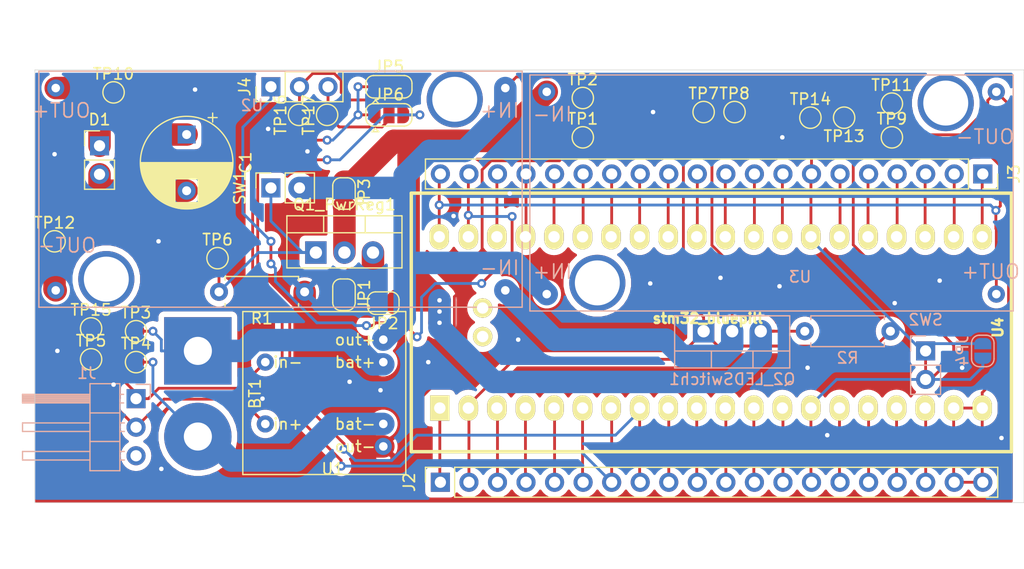
<source format=kicad_pcb>
(kicad_pcb (version 20171130) (host pcbnew "(5.1.4)-1")
  (layers (0 F.Cu signal) (31 B.Cu signal) (34 B.Paste user) (35 F.Paste user) (36 B.SilkS user) (37 F.SilkS user) (38 B.Mask user) (39 F.Mask user) (44 Edge.Cuts user))
  (net 0 "")
  (net 1 "Net-(BT1-Pad2)")
  (net 2 "Net-(BT1-Pad1)")
  (net 3 "Net-(J1-Pad3)")
  (net 4 "Net-(J1-Pad2)")
  (net 5 "Net-(J1-Pad1)")
  (net 6 "Net-(C1-Pad2)")
  (net 7 "Net-(C1-Pad1)")
  (net 8 "Net-(J2-Pad19)")
  (net 9 "Net-(J2-Pad18)")
  (net 10 "Net-(J2-Pad17)")
  (net 11 "Net-(J2-Pad16)")
  (net 12 "Net-(J2-Pad15)")
  (net 13 "Net-(J2-Pad14)")
  (net 14 "Net-(J2-Pad13)")
  (net 15 "Net-(J2-Pad12)")
  (net 16 "Net-(J2-Pad11)")
  (net 17 "Net-(J2-Pad10)")
  (net 18 "Net-(J2-Pad9)")
  (net 19 "Net-(J2-Pad8)")
  (net 20 "Net-(J2-Pad7)")
  (net 21 "Net-(J2-Pad6)")
  (net 22 "Net-(J2-Pad5)")
  (net 23 "Net-(J2-Pad4)")
  (net 24 "Net-(J2-Pad3)")
  (net 25 "Net-(J2-Pad2)")
  (net 26 "Net-(J2-Pad1)")
  (net 27 "Net-(J3-Pad20)")
  (net 28 "Net-(J3-Pad19)")
  (net 29 "Net-(J3-Pad18)")
  (net 30 "Net-(J3-Pad17)")
  (net 31 "Net-(J3-Pad16)")
  (net 32 "Net-(J3-Pad15)")
  (net 33 "Net-(J3-Pad14)")
  (net 34 "Net-(J3-Pad13)")
  (net 35 "Net-(J3-Pad12)")
  (net 36 "Net-(J3-Pad11)")
  (net 37 "Net-(J3-Pad10)")
  (net 38 "Net-(J3-Pad9)")
  (net 39 "Net-(J3-Pad8)")
  (net 40 "Net-(J3-Pad7)")
  (net 41 "Net-(J3-Pad6)")
  (net 42 "Net-(J3-Pad5)")
  (net 43 "Net-(J3-Pad4)")
  (net 44 "Net-(J3-Pad3)")
  (net 45 "Net-(J3-Pad2)")
  (net 46 "Net-(J3-Pad1)")
  (net 47 "Net-(JP1-Pad1)")
  (net 48 "Net-(JP2-Pad1)")
  (net 49 "Net-(JP3-Pad2)")
  (net 50 "Net-(SW1-Pad2)")
  (net 51 "Net-(Q1_PwrReg1-Pad1)")
  (net 52 "Net-(Q2_LEDSwitch1-Pad2)")
  (net 53 "Net-(J4-Pad3)")
  (net 54 "Net-(J4-Pad2)")
  (net 55 GND)
  (module Connector_PinHeader_2.54mm:PinHeader_1x03_P2.54mm_Vertical (layer F.Cu) (at 196.25 119.75 90)
    (fp_text reference J4 (at 0 -2.33 90) (layer F.SilkS))
    (fp_text value Conn_01x03_Female)
    (pad 3 thru_hole oval (at 0 5.08 90) (size 1.7 1.7) (drill 1) (layers *.Cu *.Mask) (net 53 "Net-(J4-Pad3)"))
    (pad 2 thru_hole oval (at 0 2.54 90) (size 1.7 1.7) (drill 1) (layers *.Cu *.Mask) (net 54 "Net-(J4-Pad2)"))
    (pad 1 thru_hole rect (at 0 0 90) (size 1.7 1.7) (drill 1) (layers *.Cu *.Mask) (net 28 "Net-(J3-Pad19)"))
  )
  (module jak:XL6009 (layer B.Cu) (at 197.104 118.364 180)
    (fp_text reference U2 (at 2.54 -3.04) (layer B.SilkS) (effects (justify mirror)))
    (fp_text value XL6009_Up)
    (fp_text user OUT- (at 19 -15.5) (layer B.SilkS) (effects (font (size 1.27 1.27)) (justify mirror)))
    (fp_text user OUT+ (at 19.5 -3.5) (layer B.SilkS) (effects (font (size 1.27 1.27)) (justify mirror)))
    (fp_text user IN+ (at -19.5 -3.5) (layer B.SilkS) (effects (font (size 1.27 1.27)) (justify mirror)))
    (fp_text user IN- (at -19.5 -17.5) (layer B.SilkS) (effects (font (size 1.27 1.27)) (justify mirror)))
    (pad 2 thru_hole circle (at 20 -1.5 180) (size 1.524 1.524) (drill 0.762) (layers *.Cu *.Mask) (net 7 "Net-(C1-Pad1)"))
    (pad 3 thru_hole circle (at 20 -19.5 180) (size 1.524 1.524) (drill 0.762) (layers *.Cu *.Mask) (net 6 "Net-(C1-Pad2)"))
    (pad 4 thru_hole circle (at -20 -1.5 180) (size 1.524 1.524) (drill 0.762) (layers *.Cu *.Mask) (net 50 "Net-(SW1-Pad2)"))
    (pad 5 thru_hole circle (at -20 -19.5 180) (size 1.524 1.524) (drill 0.762) (layers *.Cu *.Mask) (net 52 "Net-(Q2_LEDSwitch1-Pad2)"))
    (pad 1 thru_hole circle (at -15.5 -2.5 180) (size 5 5) (drill 4) (layers *.Cu *.Mask))
    (pad 2 thru_hole circle (at 15.5 -18.5 180) (size 5 5) (drill 4) (layers *.Cu *.Mask) (net 7 "Net-(C1-Pad1)"))
  )
  (module TestPoint:TestPoint_Pad_D1.5mm (layer F.Cu) (at 201.25 122.25 90)
    (fp_text reference TP17 (at 0 -1.648 90) (layer F.SilkS))
    (fp_text value TestPoint)
    (pad 1 smd circle (at 0 0 90) (size 1.5 1.5) (layers F.Cu F.Mask) (net 53 "Net-(J4-Pad3)"))
  )
  (module TestPoint:TestPoint_Pad_D1.5mm (layer F.Cu) (at 198.75 122.25 90)
    (fp_text reference TP16 (at 0 -1.648 90) (layer F.SilkS))
    (fp_text value TestPoint)
    (pad 1 smd circle (at 0 0 90) (size 1.5 1.5) (layers F.Cu F.Mask) (net 54 "Net-(J4-Pad2)"))
  )
  (module Jumper:SolderJumper-3_P1.3mm_Open_RoundedPad1.0x1.5mm (layer F.Cu) (at 206.75 122.25)
    (fp_text reference JP6 (at 0 -1.8) (layer F.SilkS))
    (fp_text value SolderJumper_3_Open)
    (pad 2 smd rect (at 0 0) (size 1 1.5) (layers F.Cu F.Mask) (net 53 "Net-(J4-Pad3)"))
    (pad 3 smd custom (at 1.3 0) (size 1 0.5) (layers F.Cu F.Mask) (net 19 "Net-(J2-Pad8)") (options (clearance outline) (anchor rect)) (primitives (gr_circle (center 0 0.25) (end 0.5 0.25) (width 0)) (gr_circle (center 0 -0.25) (end 0.5 -0.25) (width 0)) (gr_poly (pts (xy -0.55 -0.75) (xy 0 -0.75) (xy 0 0.75) (xy -0.55 0.75)) (width 0))))
    (pad 1 smd custom (at -1.3 0) (size 1 0.5) (layers F.Cu F.Mask) (net 20 "Net-(J2-Pad7)") (options (clearance outline) (anchor rect)) (primitives (gr_circle (center 0 0.25) (end 0.5 0.25) (width 0)) (gr_circle (center 0 -0.25) (end 0.5 -0.25) (width 0)) (gr_poly (pts (xy 0.55 -0.75) (xy 0 -0.75) (xy 0 0.75) (xy 0.55 0.75)) (width 0))))
  )
  (module Jumper:SolderJumper-3_P1.3mm_Open_RoundedPad1.0x1.5mm (layer F.Cu) (at 206.75 119.75)
    (fp_text reference JP5 (at 0 -1.8) (layer F.SilkS))
    (fp_text value SolderJumper_3_Open)
    (pad 2 smd rect (at 0 0) (size 1 1.5) (layers F.Cu F.Mask) (net 54 "Net-(J4-Pad2)"))
    (pad 3 smd custom (at 1.3 0) (size 1 0.5) (layers F.Cu F.Mask) (net 19 "Net-(J2-Pad8)") (options (clearance outline) (anchor rect)) (primitives (gr_circle (center 0 0.25) (end 0.5 0.25) (width 0)) (gr_circle (center 0 -0.25) (end 0.5 -0.25) (width 0)) (gr_poly (pts (xy -0.55 -0.75) (xy 0 -0.75) (xy 0 0.75) (xy -0.55 0.75)) (width 0))))
    (pad 1 smd custom (at -1.3 0) (size 1 0.5) (layers F.Cu F.Mask) (net 20 "Net-(J2-Pad7)") (options (clearance outline) (anchor rect)) (primitives (gr_circle (center 0 0.25) (end 0.5 0.25) (width 0)) (gr_circle (center 0 -0.25) (end 0.5 -0.25) (width 0)) (gr_poly (pts (xy 0.55 -0.75) (xy 0 -0.75) (xy 0 0.75) (xy 0.55 0.75)) (width 0))))
  )
  (module TestPoint:TestPoint_Pad_D1.5mm (layer F.Cu) (at 180.25 141.25)
    (fp_text reference TP15 (at 0 -1.648) (layer F.SilkS))
    (fp_text value TestPoint)
    (pad 1 smd circle (at 0 0) (size 1.5 1.5) (layers F.Cu F.Mask) (net 5 "Net-(J1-Pad1)"))
  )
  (module Connector_PinSocket_2.54mm:PinSocket_1x02_P2.54mm_Vertical (layer B.Cu) (at 254.5 143.25 180)
    (fp_text reference SW2 (at 0 2.77) (layer B.SilkS) (effects (justify mirror)))
    (fp_text value SW_SPST)
    (pad 2 thru_hole oval (at 0 -2.54 180) (size 1.7 1.7) (drill 1) (layers *.Cu *.Mask) (net 13 "Net-(J2-Pad14)"))
    (pad 1 thru_hole rect (at 0 0 180) (size 1.7 1.7) (drill 1) (layers *.Cu *.Mask) (net 40 "Net-(J3-Pad7)"))
  )
  (module Connector_PinSocket_2.54mm:PinSocket_1x02_P2.54mm_Vertical (layer F.Cu) (at 196.25 128.75 90)
    (fp_text reference SW1 (at 0 -2.77 90) (layer F.SilkS))
    (fp_text value SW_SPST)
    (pad 2 thru_hole oval (at 0 2.54 90) (size 1.7 1.7) (drill 1) (layers *.Cu *.Mask) (net 50 "Net-(SW1-Pad2)"))
    (pad 1 thru_hole rect (at 0 0 90) (size 1.7 1.7) (drill 1) (layers *.Cu *.Mask) (net 51 "Net-(Q1_PwrReg1-Pad1)"))
  )
  (module bluepill:BluePill_STM32F103C (layer F.Cu) (at 211.328 148.336 90)
    (fp_text reference U4 (at 7.1628 49.6062 270) (layer F.SilkS) (effects (font (size 0.889 0.889) (thickness 0.3048))))
    (fp_text value stm32_bluepill (at 7.9756 23.7998) (layer F.SilkS) (effects (font (size 0.889 0.889) (thickness 0.22225))))
    (pad 42 thru_hole oval (at 6.36 3.7592 180) (size 1.7272 1.7272) (drill 1.016) (layers *.Cu *.Mask F.SilkS))
    (pad 41 thru_hole oval (at 8.9 3.7592 180) (size 1.7272 1.7272) (drill 1.016) (layers *.Cu *.Mask F.SilkS))
    (pad 40 thru_hole oval (at 15.24 -0.1016 180) (size 1.7272 2.25) (drill 1.016) (layers *.Cu *.Mask F.SilkS) (net 27 "Net-(J3-Pad20)"))
    (pad 39 thru_hole oval (at 15.24 2.4892 180) (size 1.7272 2.25) (drill 1.016) (layers *.Cu *.Mask F.SilkS) (net 28 "Net-(J3-Pad19)"))
    (pad 38 thru_hole oval (at 15.24 5.0292 180) (size 1.7272 2.25) (drill 1.016) (layers *.Cu *.Mask F.SilkS) (net 29 "Net-(J3-Pad18)"))
    (pad 37 thru_hole oval (at 15.24 7.5692 180) (size 1.7272 2.25) (drill 1.016) (layers *.Cu *.Mask F.SilkS) (net 30 "Net-(J3-Pad17)"))
    (pad 36 thru_hole oval (at 15.24 10.1092 180) (size 1.7272 2.25) (drill 1.016) (layers *.Cu *.Mask F.SilkS) (net 31 "Net-(J3-Pad16)"))
    (pad 35 thru_hole oval (at 15.24 12.6492 180) (size 1.7272 2.25) (drill 1.016) (layers *.Cu *.Mask F.SilkS) (net 32 "Net-(J3-Pad15)"))
    (pad 34 thru_hole oval (at 15.24 15.1892 180) (size 1.7272 2.25) (drill 1.016) (layers *.Cu *.Mask F.SilkS) (net 33 "Net-(J3-Pad14)"))
    (pad 33 thru_hole oval (at 15.24 17.7292 180) (size 1.7272 2.25) (drill 1.016) (layers *.Cu *.Mask F.SilkS) (net 34 "Net-(J3-Pad13)"))
    (pad 32 thru_hole oval (at 15.24 20.2692 180) (size 1.7272 2.25) (drill 1.016) (layers *.Cu *.Mask F.SilkS) (net 35 "Net-(J3-Pad12)"))
    (pad 31 thru_hole oval (at 15.24 22.8092 180) (size 1.7272 2.25) (drill 1.016) (layers *.Cu *.Mask F.SilkS) (net 36 "Net-(J3-Pad11)"))
    (pad 30 thru_hole oval (at 15.24 25.3492 180) (size 1.7272 2.25) (drill 1.016) (layers *.Cu *.Mask F.SilkS) (net 37 "Net-(J3-Pad10)"))
    (pad 29 thru_hole oval (at 15.24 27.8892 180) (size 1.7272 2.25) (drill 1.016) (layers *.Cu *.Mask F.SilkS) (net 38 "Net-(J3-Pad9)"))
    (pad 28 thru_hole oval (at 15.24 30.4292 180) (size 1.7272 2.25) (drill 1.016) (layers *.Cu *.Mask F.SilkS) (net 39 "Net-(J3-Pad8)"))
    (pad 27 thru_hole oval (at 15.24 32.9692 180) (size 1.7272 2.25) (drill 1.016) (layers *.Cu *.Mask F.SilkS) (net 40 "Net-(J3-Pad7)"))
    (pad 26 thru_hole oval (at 15.24 35.5092 180) (size 1.7272 2.25) (drill 1.016) (layers *.Cu *.Mask F.SilkS) (net 41 "Net-(J3-Pad6)"))
    (pad 25 thru_hole oval (at 15.24 38.0492 180) (size 1.7272 2.25) (drill 1.016) (layers *.Cu *.Mask F.SilkS) (net 42 "Net-(J3-Pad5)"))
    (pad 24 thru_hole oval (at 15.24 40.5892 180) (size 1.7272 2.25) (drill 1.016) (layers *.Cu *.Mask F.SilkS) (net 43 "Net-(J3-Pad4)"))
    (pad 23 thru_hole oval (at 15.24 43.1292 180) (size 1.7272 2.25) (drill 1.016) (layers *.Cu *.Mask F.SilkS) (net 44 "Net-(J3-Pad3)"))
    (pad 22 thru_hole oval (at 15.24 45.6692 180) (size 1.7272 2.25) (drill 1.016) (layers *.Cu *.Mask F.SilkS) (net 45 "Net-(J3-Pad2)"))
    (pad 21 thru_hole oval (at 15.24 48.2092 180) (size 1.7272 2.25) (drill 1.016) (layers *.Cu *.Mask F.SilkS) (net 46 "Net-(J3-Pad1)"))
    (pad 20 thru_hole oval (at 0 48.2092) (size 1.7272 2.25) (drill 1.016) (layers *.Cu *.Mask F.SilkS) (net 8 "Net-(J2-Pad19)"))
    (pad 19 thru_hole oval (at 0 45.6692) (size 1.7272 2.25) (drill 1.016) (layers *.Cu *.Mask F.SilkS) (net 8 "Net-(J2-Pad19)"))
    (pad 18 thru_hole oval (at 0 43.1292) (size 1.7272 2.25) (drill 1.016) (layers *.Cu *.Mask F.SilkS) (net 9 "Net-(J2-Pad18)"))
    (pad 17 thru_hole oval (at 0 40.5892) (size 1.7272 2.25) (drill 1.016) (layers *.Cu *.Mask F.SilkS) (net 10 "Net-(J2-Pad17)"))
    (pad 16 thru_hole oval (at 0 38.0492) (size 1.7272 2.25) (drill 1.016) (layers *.Cu *.Mask F.SilkS) (net 11 "Net-(J2-Pad16)"))
    (pad 15 thru_hole oval (at 0 35.5092) (size 1.7272 2.25) (drill 1.016) (layers *.Cu *.Mask F.SilkS) (net 12 "Net-(J2-Pad15)"))
    (pad 14 thru_hole oval (at 0 32.9692) (size 1.7272 2.25) (drill 1.016) (layers *.Cu *.Mask F.SilkS) (net 13 "Net-(J2-Pad14)"))
    (pad 13 thru_hole oval (at 0 30.4292) (size 1.7272 2.25) (drill 1.016) (layers *.Cu *.Mask F.SilkS) (net 14 "Net-(J2-Pad13)"))
    (pad 12 thru_hole oval (at 0 27.8892) (size 1.7272 2.25) (drill 1.016) (layers *.Cu *.Mask F.SilkS) (net 15 "Net-(J2-Pad12)"))
    (pad 11 thru_hole oval (at 0 25.3492) (size 1.7272 2.25) (drill 1.016) (layers *.Cu *.Mask F.SilkS) (net 16 "Net-(J2-Pad11)"))
    (pad 10 thru_hole oval (at 0 22.8092) (size 1.7272 2.25) (drill 1.016) (layers *.Cu *.Mask F.SilkS) (net 17 "Net-(J2-Pad10)"))
    (pad 9 thru_hole oval (at 0 20.2692) (size 1.7272 2.25) (drill 1.016) (layers *.Cu *.Mask F.SilkS) (net 18 "Net-(J2-Pad9)"))
    (pad 8 thru_hole oval (at 0 17.7292) (size 1.7272 2.25) (drill 1.016) (layers *.Cu *.Mask F.SilkS) (net 19 "Net-(J2-Pad8)"))
    (pad 7 thru_hole oval (at 0 15.1892) (size 1.7272 2.25) (drill 1.016) (layers *.Cu *.Mask F.SilkS) (net 20 "Net-(J2-Pad7)"))
    (pad 6 thru_hole oval (at 0 12.6492) (size 1.7272 2.25) (drill 1.016) (layers *.Cu *.Mask F.SilkS) (net 21 "Net-(J2-Pad6)"))
    (pad 5 thru_hole oval (at 0 10.1092) (size 1.7272 2.25) (drill 1.016) (layers *.Cu *.Mask F.SilkS) (net 22 "Net-(J2-Pad5)"))
    (pad 4 thru_hole oval (at 0 7.5692) (size 1.7272 2.25) (drill 1.016) (layers *.Cu *.Mask F.SilkS) (net 23 "Net-(J2-Pad4)"))
    (pad 3 thru_hole oval (at 0 5.0292) (size 1.7272 2.25) (drill 1.016) (layers *.Cu *.Mask F.SilkS) (net 24 "Net-(J2-Pad3)"))
    (pad 2 thru_hole oval (at 0 2.4892) (size 1.7272 2.25) (drill 1.016) (layers *.Cu *.Mask F.SilkS) (net 25 "Net-(J2-Pad2)"))
    (pad 1 thru_hole rect (at 0 -0.0508) (size 1.7272 2.25) (drill 1.016) (layers *.Cu *.Mask F.SilkS) (net 26 "Net-(J2-Pad1)"))
  )
  (module TestPoint:TestPoint_Pad_D1.5mm (layer F.Cu) (at 244.25 122.5)
    (fp_text reference TP14 (at 0 -1.648) (layer F.SilkS))
    (fp_text value TestPoint)
    (pad 1 smd circle (at 0 0) (size 1.5 1.5) (layers F.Cu F.Mask) (net 40 "Net-(J3-Pad7)"))
  )
  (module TestPoint:TestPoint_Pad_D1.5mm (layer F.Cu) (at 247.25 122.5 180)
    (fp_text reference TP13 (at 0 -1.648) (layer F.SilkS))
    (fp_text value TestPoint)
    (pad 1 smd circle (at 0 0 180) (size 1.5 1.5) (layers F.Cu F.Mask) (net 13 "Net-(J2-Pad14)"))
  )
  (module TestPoint:TestPoint_Pad_D1.5mm (layer F.Cu) (at 177 133.5)
    (fp_text reference TP12 (at 0 -1.648) (layer F.SilkS))
    (fp_text value TestPoint)
    (pad 1 smd circle (at 0 0) (size 1.5 1.5) (layers F.Cu F.Mask) (net 6 "Net-(C1-Pad2)"))
  )
  (module TestPoint:TestPoint_Pad_D1.5mm (layer F.Cu) (at 251.5 121.25)
    (fp_text reference TP11 (at 0 -1.648) (layer F.SilkS))
    (fp_text value TestPoint)
    (pad 1 smd circle (at 0 0) (size 1.5 1.5) (layers F.Cu F.Mask) (net 8 "Net-(J2-Pad19)"))
  )
  (module TestPoint:TestPoint_Pad_D1.5mm (layer F.Cu) (at 182.25 120.25)
    (fp_text reference TP10 (at 0 -1.648) (layer F.SilkS))
    (fp_text value TestPoint)
    (pad 1 smd circle (at 0 0) (size 1.5 1.5) (layers F.Cu F.Mask) (net 7 "Net-(C1-Pad1)"))
  )
  (module TestPoint:TestPoint_Pad_D1.5mm (layer F.Cu) (at 251.5 124.25)
    (fp_text reference TP9 (at 0 -1.648) (layer F.SilkS))
    (fp_text value TestPoint)
    (pad 1 smd circle (at 0 0) (size 1.5 1.5) (layers F.Cu F.Mask) (net 27 "Net-(J3-Pad20)"))
  )
  (module TestPoint:TestPoint_Pad_D1.5mm (layer F.Cu) (at 237.5 122)
    (fp_text reference TP8 (at 0 -1.648) (layer F.SilkS))
    (fp_text value TestPoint)
    (pad 1 smd circle (at 0 0) (size 1.5 1.5) (layers F.Cu F.Mask) (net 52 "Net-(Q2_LEDSwitch1-Pad2)"))
  )
  (module TestPoint:TestPoint_Pad_D1.5mm (layer F.Cu) (at 234.75 122)
    (fp_text reference TP7 (at 0 -1.648) (layer F.SilkS))
    (fp_text value TestPoint)
    (pad 1 smd circle (at 0 0) (size 1.5 1.5) (layers F.Cu F.Mask) (net 25 "Net-(J2-Pad2)"))
  )
  (module TestPoint:TestPoint_Pad_D1.5mm (layer F.Cu) (at 191.5 135)
    (fp_text reference TP6 (at 0 -1.648) (layer F.SilkS))
    (fp_text value TestPoint)
    (pad 1 smd circle (at 0 0) (size 1.5 1.5) (layers F.Cu F.Mask) (net 51 "Net-(Q1_PwrReg1-Pad1)"))
  )
  (module TestPoint:TestPoint_Pad_D1.5mm (layer F.Cu) (at 180.25 144)
    (fp_text reference TP5 (at 0 -1.648) (layer F.SilkS))
    (fp_text value TestPoint)
    (pad 1 smd circle (at 0 0) (size 1.5 1.5) (layers F.Cu F.Mask) (net 4 "Net-(J1-Pad2)"))
  )
  (module TestPoint:TestPoint_Pad_D1.5mm (layer F.Cu) (at 184.25 144.25)
    (fp_text reference TP4 (at 0 -1.648) (layer F.SilkS))
    (fp_text value TestPoint)
    (pad 1 smd circle (at 0 0) (size 1.5 1.5) (layers F.Cu F.Mask) (net 1 "Net-(BT1-Pad2)"))
  )
  (module TestPoint:TestPoint_Pad_D1.5mm (layer F.Cu) (at 184.25 141.5)
    (fp_text reference TP3 (at 0 -1.648) (layer F.SilkS))
    (fp_text value TestPoint)
    (pad 1 smd circle (at 0 0) (size 1.5 1.5) (layers F.Cu F.Mask) (net 2 "Net-(BT1-Pad1)"))
  )
  (module TestPoint:TestPoint_Pad_D1.5mm (layer F.Cu) (at 224 120.75)
    (fp_text reference TP2 (at 0 -1.648) (layer F.SilkS))
    (fp_text value TestPoint)
    (pad 1 smd circle (at 0 0) (size 1.5 1.5) (layers F.Cu F.Mask) (net 50 "Net-(SW1-Pad2)"))
  )
  (module TestPoint:TestPoint_Pad_D1.5mm (layer F.Cu) (at 224 124.25)
    (fp_text reference TP1 (at 0 -1.648) (layer F.SilkS))
    (fp_text value TestPoint)
    (pad 1 smd circle (at 0 0) (size 1.5 1.5) (layers F.Cu F.Mask) (net 55 GND))
  )
  (module Resistor_THT:R_Axial_DIN0207_L6.3mm_D2.5mm_P7.62mm_Horizontal (layer B.Cu) (at 243.75 141.5)
    (fp_text reference R2 (at 3.81 2.37) (layer B.SilkS) (effects (justify mirror)))
    (fp_text value R)
    (pad 2 thru_hole oval (at 7.62 0) (size 1.6 1.6) (drill 0.8) (layers *.Cu *.Mask) (net 25 "Net-(J2-Pad2)"))
    (pad 1 thru_hole circle (at 0 0) (size 1.6 1.6) (drill 0.8) (layers *.Cu *.Mask) (net 48 "Net-(JP2-Pad1)"))
  )
  (module Resistor_THT:R_Axial_DIN0207_L6.3mm_D2.5mm_P7.62mm_Horizontal (layer F.Cu) (at 199.25 138 180)
    (fp_text reference R1 (at 3.81 -2.37) (layer F.SilkS))
    (fp_text value R)
    (pad 2 thru_hole oval (at 7.62 0 180) (size 1.6 1.6) (drill 0.8) (layers *.Cu *.Mask) (net 51 "Net-(Q1_PwrReg1-Pad1)"))
    (pad 1 thru_hole circle (at 0 0 180) (size 1.6 1.6) (drill 0.8) (layers *.Cu *.Mask) (net 55 GND))
  )
  (module Package_TO_SOT_THT:TO-220-3_Vertical (layer B.Cu) (at 234.75 141.5)
    (fp_text reference Q2_LEDSwitch1 (at 2.54 4.27) (layer B.SilkS) (effects (justify mirror)))
    (fp_text value IRLZ44N)
    (pad 3 thru_hole oval (at 5.08 0) (size 1.905 2) (drill 1.1) (layers *.Cu *.Mask) (net 48 "Net-(JP2-Pad1)"))
    (pad 2 thru_hole oval (at 2.54 0) (size 1.905 2) (drill 1.1) (layers *.Cu *.Mask) (net 52 "Net-(Q2_LEDSwitch1-Pad2)"))
    (pad 1 thru_hole rect (at 0 0) (size 1.905 2) (drill 1.1) (layers *.Cu *.Mask) (net 25 "Net-(J2-Pad2)"))
  )
  (module Package_TO_SOT_THT:TO-220-3_Vertical (layer F.Cu) (at 200.25 134.5)
    (fp_text reference Q1_PwrReg1 (at 2.54 -4.27) (layer F.SilkS))
    (fp_text value IRLZ44N)
    (pad 3 thru_hole oval (at 5.08 0) (size 1.905 2) (drill 1.1) (layers *.Cu *.Mask) (net 47 "Net-(JP1-Pad1)"))
    (pad 2 thru_hole oval (at 2.54 0) (size 1.905 2) (drill 1.1) (layers *.Cu *.Mask) (net 49 "Net-(JP3-Pad2)"))
    (pad 1 thru_hole rect (at 0 0) (size 1.905 2) (drill 1.1) (layers *.Cu *.Mask) (net 51 "Net-(Q1_PwrReg1-Pad1)"))
  )
  (module Jumper:SolderJumper-2_P1.3mm_Open_RoundedPad1.0x1.5mm (layer B.Cu) (at 259.588 143.256 270)
    (fp_text reference JP4 (at 0 1.8 90) (layer B.SilkS) (effects (justify mirror)))
    (fp_text value SolderJumper_2_Open)
    (pad 2 smd custom (at 0.65 0 270) (size 1 0.5) (layers B.Cu B.Mask) (net 13 "Net-(J2-Pad14)") (options (clearance outline) (anchor rect)) (primitives (gr_circle (center 0 -0.25) (end 0.5 -0.25) (width 0)) (gr_circle (center 0 0.25) (end 0.5 0.25) (width 0)) (gr_poly (pts (xy 0 0.75) (xy -0.5 0.75) (xy -0.5 -0.75) (xy 0 -0.75)) (width 0))))
    (pad 1 smd custom (at -0.65 0 270) (size 1 0.5) (layers B.Cu B.Mask) (net 40 "Net-(J3-Pad7)") (options (clearance outline) (anchor rect)) (primitives (gr_circle (center 0 -0.25) (end 0.5 -0.25) (width 0)) (gr_circle (center 0 0.25) (end 0.5 0.25) (width 0)) (gr_poly (pts (xy 0 0.75) (xy 0.5 0.75) (xy 0.5 -0.75) (xy 0 -0.75)) (width 0))))
  )
  (module Jumper:SolderJumper-2_P1.3mm_Open_RoundedPad1.0x1.5mm (layer F.Cu) (at 202.75 129.25 270)
    (fp_text reference JP3 (at 0 -1.8 90) (layer F.SilkS))
    (fp_text value SolderJumper_2_Open)
    (pad 2 smd custom (at 0.65 0 270) (size 1 0.5) (layers F.Cu F.Mask) (net 49 "Net-(JP3-Pad2)") (options (clearance outline) (anchor rect)) (primitives (gr_circle (center 0 0.25) (end 0.5 0.25) (width 0)) (gr_circle (center 0 -0.25) (end 0.5 -0.25) (width 0)) (gr_poly (pts (xy 0 -0.75) (xy -0.5 -0.75) (xy -0.5 0.75) (xy 0 0.75)) (width 0))))
    (pad 1 smd custom (at -0.65 0 270) (size 1 0.5) (layers F.Cu F.Mask) (net 48 "Net-(JP2-Pad1)") (options (clearance outline) (anchor rect)) (primitives (gr_circle (center 0 0.25) (end 0.5 0.25) (width 0)) (gr_circle (center 0 -0.25) (end 0.5 -0.25) (width 0)) (gr_poly (pts (xy 0 -0.75) (xy 0.5 -0.75) (xy 0.5 0.75) (xy 0 0.75)) (width 0))))
  )
  (module Jumper:SolderJumper-2_P1.3mm_Open_RoundedPad1.0x1.5mm (layer F.Cu) (at 206.25 139 180)
    (fp_text reference JP2 (at 0 -1.8) (layer F.SilkS))
    (fp_text value SolderJumper_2_Open)
    (pad 2 smd custom (at 0.65 0 180) (size 1 0.5) (layers F.Cu F.Mask) (net 55 GND) (options (clearance outline) (anchor rect)) (primitives (gr_circle (center 0 0.25) (end 0.5 0.25) (width 0)) (gr_circle (center 0 -0.25) (end 0.5 -0.25) (width 0)) (gr_poly (pts (xy 0 -0.75) (xy -0.5 -0.75) (xy -0.5 0.75) (xy 0 0.75)) (width 0))))
    (pad 1 smd custom (at -0.65 0 180) (size 1 0.5) (layers F.Cu F.Mask) (net 48 "Net-(JP2-Pad1)") (options (clearance outline) (anchor rect)) (primitives (gr_circle (center 0 0.25) (end 0.5 0.25) (width 0)) (gr_circle (center 0 -0.25) (end 0.5 -0.25) (width 0)) (gr_poly (pts (xy 0 -0.75) (xy 0.5 -0.75) (xy 0.5 0.75) (xy 0 0.75)) (width 0))))
  )
  (module Jumper:SolderJumper-2_P1.3mm_Open_RoundedPad1.0x1.5mm (layer F.Cu) (at 202.75 138.25 270)
    (fp_text reference JP1 (at 0 -1.8 90) (layer F.SilkS))
    (fp_text value SolderJumper_2_Open)
    (pad 2 smd custom (at 0.65 0 270) (size 1 0.5) (layers F.Cu F.Mask) (net 55 GND) (options (clearance outline) (anchor rect)) (primitives (gr_circle (center 0 0.25) (end 0.5 0.25) (width 0)) (gr_circle (center 0 -0.25) (end 0.5 -0.25) (width 0)) (gr_poly (pts (xy 0 -0.75) (xy -0.5 -0.75) (xy -0.5 0.75) (xy 0 0.75)) (width 0))))
    (pad 1 smd custom (at -0.65 0 270) (size 1 0.5) (layers F.Cu F.Mask) (net 47 "Net-(JP1-Pad1)") (options (clearance outline) (anchor rect)) (primitives (gr_circle (center 0 0.25) (end 0.5 0.25) (width 0)) (gr_circle (center 0 -0.25) (end 0.5 -0.25) (width 0)) (gr_poly (pts (xy 0 -0.75) (xy 0.5 -0.75) (xy 0.5 0.75) (xy 0 0.75)) (width 0))))
  )
  (module Connector_PinSocket_2.54mm:PinSocket_1x20_P2.54mm_Vertical (layer F.Cu) (at 259.588 127.508 270)
    (fp_text reference J3 (at 0 -2.77 90) (layer F.SilkS))
    (fp_text value Conn_01x20_Female)
    (pad 20 thru_hole oval (at 0 48.26 270) (size 1.7 1.7) (drill 1) (layers *.Cu *.Mask) (net 27 "Net-(J3-Pad20)"))
    (pad 19 thru_hole oval (at 0 45.72 270) (size 1.7 1.7) (drill 1) (layers *.Cu *.Mask) (net 28 "Net-(J3-Pad19)"))
    (pad 18 thru_hole oval (at 0 43.18 270) (size 1.7 1.7) (drill 1) (layers *.Cu *.Mask) (net 29 "Net-(J3-Pad18)"))
    (pad 17 thru_hole oval (at 0 40.64 270) (size 1.7 1.7) (drill 1) (layers *.Cu *.Mask) (net 30 "Net-(J3-Pad17)"))
    (pad 16 thru_hole oval (at 0 38.1 270) (size 1.7 1.7) (drill 1) (layers *.Cu *.Mask) (net 31 "Net-(J3-Pad16)"))
    (pad 15 thru_hole oval (at 0 35.56 270) (size 1.7 1.7) (drill 1) (layers *.Cu *.Mask) (net 32 "Net-(J3-Pad15)"))
    (pad 14 thru_hole oval (at 0 33.02 270) (size 1.7 1.7) (drill 1) (layers *.Cu *.Mask) (net 33 "Net-(J3-Pad14)"))
    (pad 13 thru_hole oval (at 0 30.48 270) (size 1.7 1.7) (drill 1) (layers *.Cu *.Mask) (net 34 "Net-(J3-Pad13)"))
    (pad 12 thru_hole oval (at 0 27.94 270) (size 1.7 1.7) (drill 1) (layers *.Cu *.Mask) (net 35 "Net-(J3-Pad12)"))
    (pad 11 thru_hole oval (at 0 25.4 270) (size 1.7 1.7) (drill 1) (layers *.Cu *.Mask) (net 36 "Net-(J3-Pad11)"))
    (pad 10 thru_hole oval (at 0 22.86 270) (size 1.7 1.7) (drill 1) (layers *.Cu *.Mask) (net 37 "Net-(J3-Pad10)"))
    (pad 9 thru_hole oval (at 0 20.32 270) (size 1.7 1.7) (drill 1) (layers *.Cu *.Mask) (net 38 "Net-(J3-Pad9)"))
    (pad 8 thru_hole oval (at 0 17.78 270) (size 1.7 1.7) (drill 1) (layers *.Cu *.Mask) (net 39 "Net-(J3-Pad8)"))
    (pad 7 thru_hole oval (at 0 15.24 270) (size 1.7 1.7) (drill 1) (layers *.Cu *.Mask) (net 40 "Net-(J3-Pad7)"))
    (pad 6 thru_hole oval (at 0 12.7 270) (size 1.7 1.7) (drill 1) (layers *.Cu *.Mask) (net 41 "Net-(J3-Pad6)"))
    (pad 5 thru_hole oval (at 0 10.16 270) (size 1.7 1.7) (drill 1) (layers *.Cu *.Mask) (net 42 "Net-(J3-Pad5)"))
    (pad 4 thru_hole oval (at 0 7.62 270) (size 1.7 1.7) (drill 1) (layers *.Cu *.Mask) (net 43 "Net-(J3-Pad4)"))
    (pad 3 thru_hole oval (at 0 5.08 270) (size 1.7 1.7) (drill 1) (layers *.Cu *.Mask) (net 44 "Net-(J3-Pad3)"))
    (pad 2 thru_hole oval (at 0 2.54 270) (size 1.7 1.7) (drill 1) (layers *.Cu *.Mask) (net 45 "Net-(J3-Pad2)"))
    (pad 1 thru_hole rect (at 0 0 270) (size 1.7 1.7) (drill 1) (layers *.Cu *.Mask) (net 46 "Net-(J3-Pad1)"))
  )
  (module Connector_PinSocket_2.54mm:PinSocket_1x20_P2.54mm_Vertical (layer F.Cu) (at 211.328 154.94 90)
    (fp_text reference J2 (at 0 -2.77 90) (layer F.SilkS))
    (fp_text value Conn_01x20_Female)
    (pad 20 thru_hole oval (at 0 48.26 90) (size 1.7 1.7) (drill 1) (layers *.Cu *.Mask) (net 8 "Net-(J2-Pad19)"))
    (pad 19 thru_hole oval (at 0 45.72 90) (size 1.7 1.7) (drill 1) (layers *.Cu *.Mask) (net 8 "Net-(J2-Pad19)"))
    (pad 18 thru_hole oval (at 0 43.18 90) (size 1.7 1.7) (drill 1) (layers *.Cu *.Mask) (net 9 "Net-(J2-Pad18)"))
    (pad 17 thru_hole oval (at 0 40.64 90) (size 1.7 1.7) (drill 1) (layers *.Cu *.Mask) (net 10 "Net-(J2-Pad17)"))
    (pad 16 thru_hole oval (at 0 38.1 90) (size 1.7 1.7) (drill 1) (layers *.Cu *.Mask) (net 11 "Net-(J2-Pad16)"))
    (pad 15 thru_hole oval (at 0 35.56 90) (size 1.7 1.7) (drill 1) (layers *.Cu *.Mask) (net 12 "Net-(J2-Pad15)"))
    (pad 14 thru_hole oval (at 0 33.02 90) (size 1.7 1.7) (drill 1) (layers *.Cu *.Mask) (net 13 "Net-(J2-Pad14)"))
    (pad 13 thru_hole oval (at 0 30.48 90) (size 1.7 1.7) (drill 1) (layers *.Cu *.Mask) (net 14 "Net-(J2-Pad13)"))
    (pad 12 thru_hole oval (at 0 27.94 90) (size 1.7 1.7) (drill 1) (layers *.Cu *.Mask) (net 15 "Net-(J2-Pad12)"))
    (pad 11 thru_hole oval (at 0 25.4 90) (size 1.7 1.7) (drill 1) (layers *.Cu *.Mask) (net 16 "Net-(J2-Pad11)"))
    (pad 10 thru_hole oval (at 0 22.86 90) (size 1.7 1.7) (drill 1) (layers *.Cu *.Mask) (net 17 "Net-(J2-Pad10)"))
    (pad 9 thru_hole oval (at 0 20.32 90) (size 1.7 1.7) (drill 1) (layers *.Cu *.Mask) (net 18 "Net-(J2-Pad9)"))
    (pad 8 thru_hole oval (at 0 17.78 90) (size 1.7 1.7) (drill 1) (layers *.Cu *.Mask) (net 19 "Net-(J2-Pad8)"))
    (pad 7 thru_hole oval (at 0 15.24 90) (size 1.7 1.7) (drill 1) (layers *.Cu *.Mask) (net 20 "Net-(J2-Pad7)"))
    (pad 6 thru_hole oval (at 0 12.7 90) (size 1.7 1.7) (drill 1) (layers *.Cu *.Mask) (net 21 "Net-(J2-Pad6)"))
    (pad 5 thru_hole oval (at 0 10.16 90) (size 1.7 1.7) (drill 1) (layers *.Cu *.Mask) (net 22 "Net-(J2-Pad5)"))
    (pad 4 thru_hole oval (at 0 7.62 90) (size 1.7 1.7) (drill 1) (layers *.Cu *.Mask) (net 23 "Net-(J2-Pad4)"))
    (pad 3 thru_hole oval (at 0 5.08 90) (size 1.7 1.7) (drill 1) (layers *.Cu *.Mask) (net 24 "Net-(J2-Pad3)"))
    (pad 2 thru_hole oval (at 0 2.54 90) (size 1.7 1.7) (drill 1) (layers *.Cu *.Mask) (net 25 "Net-(J2-Pad2)"))
    (pad 1 thru_hole rect (at 0 0 90) (size 1.7 1.7) (drill 1) (layers *.Cu *.Mask) (net 26 "Net-(J2-Pad1)"))
  )
  (module Connector_PinHeader_2.54mm:PinHeader_1x02_P2.54mm_Vertical (layer F.Cu) (at 181 125)
    (fp_text reference D1 (at 0 -2.33) (layer F.SilkS))
    (fp_text value LED)
    (pad 2 thru_hole oval (at 0 2.54) (size 1.7 1.7) (drill 1) (layers *.Cu *.Mask) (net 6 "Net-(C1-Pad2)"))
    (pad 1 thru_hole rect (at 0 0) (size 1.7 1.7) (drill 1) (layers *.Cu *.Mask) (net 7 "Net-(C1-Pad1)"))
  )
  (module Capacitor_THT:CP_Radial_D8.0mm_P5.00mm (layer F.Cu) (at 188.75 124 270)
    (fp_text reference C1 (at 2.5 -5.25 270) (layer F.SilkS))
    (fp_text value CP)
    (pad 2 thru_hole circle (at 5 0 270) (size 1.6 1.6) (drill 0.8) (layers *.Cu *.Mask) (net 6 "Net-(C1-Pad2)"))
    (pad 1 thru_hole rect (at 0 0 270) (size 1.6 1.6) (drill 0.8) (layers *.Cu *.Mask) (net 7 "Net-(C1-Pad1)"))
  )
  (module jak:tp4056_breakout (layer F.Cu) (at 201.75 154.25 180)
    (fp_text reference U1 (at 0 0.5) (layer F.SilkS))
    (fp_text value TP4056_breakout)
    (fp_text user out+ (at -2 12) (layer F.SilkS))
    (fp_text user bat+ (at -2 10) (layer F.SilkS))
    (fp_text user bat- (at -2 4.5) (layer F.SilkS))
    (fp_text user out- (at -2 2.5) (layer F.SilkS))
    (fp_text user in- (at 4 10) (layer F.SilkS))
    (fp_text user in+ (at 4 4.5) (layer F.SilkS))
    (pad 6 thru_hole circle (at -4.5 2.5 180) (size 1.524 1.524) (drill 0.762) (layers *.Cu *.Mask) (net 55 GND))
    (pad 5 thru_hole circle (at -4.5 4.5 180) (size 1.524 1.524) (drill 0.762) (layers *.Cu *.Mask) (net 1 "Net-(BT1-Pad2)"))
    (pad 4 thru_hole circle (at -4.5 10 180) (size 1.524 1.524) (drill 0.762) (layers *.Cu *.Mask) (net 2 "Net-(BT1-Pad1)"))
    (pad 3 thru_hole circle (at -4.5 12 180) (size 1.524 1.524) (drill 0.762) (layers *.Cu *.Mask) (net 50 "Net-(SW1-Pad2)"))
    (pad 2 thru_hole circle (at 6 10 180) (size 1.524 1.524) (drill 0.762) (layers *.Cu *.Mask) (net 5 "Net-(J1-Pad1)"))
    (pad 1 thru_hole circle (at 6 4.5 180) (size 1.524 1.524) (drill 0.762) (layers *.Cu *.Mask) (net 4 "Net-(J1-Pad2)"))
  )
  (module jak:XL6009 (layer B.Cu) (at 240.792 139.7)
    (fp_text reference U3 (at 2.54 -3.04) (layer B.SilkS) (effects (justify mirror)))
    (fp_text value DSWY2596_Down)
    (fp_text user OUT- (at 19 -15.5) (layer B.SilkS) (effects (font (size 1.27 1.27)) (justify mirror)))
    (fp_text user OUT+ (at 19.5 -3.5) (layer B.SilkS) (effects (font (size 1.27 1.27)) (justify mirror)))
    (fp_text user IN+ (at -19.5 -3.5) (layer B.SilkS) (effects (font (size 1.27 1.27)) (justify mirror)))
    (fp_text user IN- (at -19.5 -17.5) (layer B.SilkS) (effects (font (size 1.27 1.27)) (justify mirror)))
    (pad 2 thru_hole circle (at 20 -1.5) (size 1.524 1.524) (drill 0.762) (layers *.Cu *.Mask) (net 27 "Net-(J3-Pad20)"))
    (pad 3 thru_hole circle (at 20 -19.5) (size 1.524 1.524) (drill 0.762) (layers *.Cu *.Mask) (net 8 "Net-(J2-Pad19)"))
    (pad 4 thru_hole circle (at -20 -1.5) (size 1.524 1.524) (drill 0.762) (layers *.Cu *.Mask) (net 50 "Net-(SW1-Pad2)"))
    (pad 5 thru_hole circle (at -20 -19.5) (size 1.524 1.524) (drill 0.762) (layers *.Cu *.Mask) (net 48 "Net-(JP2-Pad1)"))
    (pad 1 thru_hole circle (at -15.5 -2.5) (size 5 5) (drill 4) (layers *.Cu *.Mask))
    (pad 2 thru_hole circle (at 15.5 -18.5) (size 5 5) (drill 4) (layers *.Cu *.Mask) (net 27 "Net-(J3-Pad20)"))
  )
  (module Connector_PinHeader_2.54mm:PinHeader_1x03_P2.54mm_Horizontal (layer B.Cu) (at 184.25 147.5 180)
    (fp_text reference J1 (at 4.385 2.27) (layer B.SilkS) (effects (justify mirror)))
    (fp_text value Conn_01x03_Female)
    (pad 3 thru_hole oval (at 0 -5.08 180) (size 1.7 1.7) (drill 1) (layers *.Cu *.Mask) (net 3 "Net-(J1-Pad3)"))
    (pad 2 thru_hole oval (at 0 -2.54 180) (size 1.7 1.7) (drill 1) (layers *.Cu *.Mask) (net 4 "Net-(J1-Pad2)"))
    (pad 1 thru_hole rect (at 0 0 180) (size 1.7 1.7) (drill 1) (layers *.Cu *.Mask) (net 5 "Net-(J1-Pad1)"))
  )
  (module Connector_Wire:SolderWirePad_1x02_P7.62mm_Drill2.5mm (layer F.Cu) (at 189.75 143.25 270)
    (fp_text reference BT1 (at 3.81 -5.08 90) (layer F.SilkS))
    (fp_text value Battery_Cell)
    (pad 2 thru_hole circle (at 7.62 0 270) (size 5.99948 5.99948) (drill 2.49936) (layers *.Cu *.Mask) (net 1 "Net-(BT1-Pad2)"))
    (pad 1 thru_hole rect (at 0 0 270) (size 5.99948 5.99948) (drill 2.49936) (layers *.Cu *.Mask) (net 2 "Net-(BT1-Pad1)"))
  )
  (gr_line (start 263.25 118.25) (end 263.25 118.5) (layer Edge.Cuts) (width 0.05))
  (gr_line (start 175.25 118.25) (end 263.25 118.25) (layer Edge.Cuts) (width 0.05))
  (gr_line (start 175.25 156.75) (end 175.25 118.25) (layer Edge.Cuts) (width 0.05))
  (gr_line (start 263.25 156.75) (end 175.25 156.75) (layer Edge.Cuts) (width 0.05))
  (gr_line (start 263.25 118.5) (end 263.25 156.75) (layer Edge.Cuts) (width 0.05))
  (via (at 255.75 137) (size 0.8) (drill 0.4) (layers F.Cu B.Cu) (net 55))
  (via (at 204.75 141) (size 0.8) (drill 0.4) (layers F.Cu B.Cu) (net 28))
  (via (at 185.75 144.25) (size 0.8) (drill 0.4) (layers F.Cu B.Cu) (net 1))
  (segment (start 189.25 143.38) (end 190.62 143.38) (width 0.25) (layer F.Cu) (net 2))
  (segment (start 190.62 143.38) (end 192.25 141.75) (width 0.25) (layer F.Cu) (net 2))
  (segment (start 189.62 151) (end 189.75 150.87) (width 0.25) (layer F.Cu) (net 1))
  (segment (start 189.25 151) (end 192.49974 151) (width 0.25) (layer B.Cu) (net 1))
  (segment (start 190.62 150.87) (end 189.75 150.87) (width 2) (layer B.Cu) (net 1))
  (segment (start 192.75 153) (end 190.62 150.87) (width 2) (layer B.Cu) (net 1))
  (segment (start 198.5 153) (end 192.75 153) (width 2) (layer B.Cu) (net 1))
  (segment (start 206.25 149.75) (end 201.75 149.75) (width 2) (layer B.Cu) (net 1))
  (segment (start 201.75 149.75) (end 198.5 153) (width 2) (layer B.Cu) (net 1))
  (segment (start 189.75 149.75) (end 189.75 150.87) (width 0.25) (layer B.Cu) (net 1))
  (segment (start 184.25 144.25) (end 185.75 144.25) (width 0.25) (layer F.Cu) (net 1))
  (segment (start 185.75 146.87) (end 189.75 150.87) (width 0.25) (layer B.Cu) (net 1))
  (segment (start 185.75 144.25) (end 185.75 146.87) (width 0.25) (layer B.Cu) (net 1))
  (segment (start 192.99974 143.25) (end 189.75 143.25) (width 0.25) (layer B.Cu) (net 2))
  (segment (start 193.99974 142.25) (end 192.99974 143.25) (width 0.25) (layer B.Cu) (net 2))
  (segment (start 204.25 142.25) (end 193.99974 142.25) (width 0.25) (layer B.Cu) (net 2))
  (segment (start 206.25 144.25) (end 204.25 142.25) (width 0.25) (layer B.Cu) (net 2))
  (segment (start 205.338726 144.450008) (end 206.25 144.450008) (width 2) (layer B.Cu) (net 2))
  (segment (start 203.176717 142.287999) (end 205.338726 144.450008) (width 2) (layer B.Cu) (net 2))
  (segment (start 194.808239 142.287999) (end 203.176717 142.287999) (width 2) (layer B.Cu) (net 2))
  (segment (start 189.75 143.25) (end 193.846238 143.25) (width 2) (layer B.Cu) (net 2))
  (segment (start 193.846238 143.25) (end 194.808239 142.287999) (width 2) (layer B.Cu) (net 2))
  (segment (start 189.75 143.25) (end 186.50026 143.25) (width 0.25) (layer B.Cu) (net 2))
  (via (at 185.75 141.5) (size 0.8) (drill 0.4) (layers F.Cu B.Cu) (net 2))
  (segment (start 184.25 141.5) (end 185.75 141.5) (width 0.25) (layer F.Cu) (net 2))
  (segment (start 186.50026 142.25026) (end 185.75 141.5) (width 0.25) (layer B.Cu) (net 2))
  (segment (start 186.50026 143.25) (end 186.50026 142.25026) (width 0.25) (layer B.Cu) (net 2))
  (segment (start 194.988001 148.988001) (end 195.75 149.75) (width 0.25) (layer F.Cu) (net 4))
  (segment (start 193.545259 147.545259) (end 194.988001 148.988001) (width 0.25) (layer F.Cu) (net 4))
  (segment (start 186.744741 147.545259) (end 193.545259 147.545259) (width 0.25) (layer F.Cu) (net 4))
  (segment (start 184.25 150.04) (end 186.744741 147.545259) (width 0.25) (layer F.Cu) (net 4))
  (segment (start 180.25 146.04) (end 180.25 144) (width 0.25) (layer F.Cu) (net 4))
  (segment (start 184.25 150.04) (end 180.25 146.04) (width 0.25) (layer F.Cu) (net 4))
  (segment (start 194.988001 145.011999) (end 195.75 144.25) (width 0.25) (layer F.Cu) (net 5))
  (segment (start 193.425259 146.574741) (end 194.988001 145.011999) (width 0.25) (layer F.Cu) (net 5))
  (segment (start 186.275259 146.574741) (end 193.425259 146.574741) (width 0.25) (layer F.Cu) (net 5))
  (segment (start 185.35 147.5) (end 186.275259 146.574741) (width 0.25) (layer F.Cu) (net 5))
  (segment (start 184.25 147.5) (end 185.35 147.5) (width 0.25) (layer F.Cu) (net 5))
  (segment (start 184.25 147) (end 184.25 147.5) (width 0.25) (layer F.Cu) (net 5))
  (segment (start 182 144.75) (end 184.25 147) (width 0.25) (layer F.Cu) (net 5))
  (segment (start 180.25 141.25) (end 182 143) (width 0.25) (layer F.Cu) (net 5))
  (segment (start 182 143) (end 182 144.75) (width 0.25) (layer F.Cu) (net 5))
  (segment (start 181.25 129.25) (end 177 133.5) (width 2) (layer F.Cu) (net 6))
  (segment (start 181.5 129) (end 181.25 129.25) (width 2) (layer F.Cu) (net 6))
  (segment (start 188.75 129) (end 181.5 129) (width 2) (layer F.Cu) (net 6))
  (segment (start 181 128.742081) (end 181 127.54) (width 2) (layer F.Cu) (net 6))
  (segment (start 181.257919 129) (end 181 128.742081) (width 2) (layer F.Cu) (net 6))
  (segment (start 181.5 129) (end 181.257919 129) (width 2) (layer F.Cu) (net 6))
  (segment (start 177 137.76) (end 177.104 137.864) (width 2) (layer F.Cu) (net 6))
  (segment (start 177 133.5) (end 177 137.76) (width 2) (layer F.Cu) (net 6))
  (segment (start 177.49 120.25) (end 177.104 119.864) (width 0.25) (layer F.Cu) (net 7))
  (segment (start 181.864 119.864) (end 182.25 120.25) (width 2) (layer F.Cu) (net 7))
  (segment (start 177.104 119.864) (end 181.864 119.864) (width 2) (layer F.Cu) (net 7))
  (segment (start 186 124) (end 182.25 120.25) (width 2) (layer F.Cu) (net 7))
  (segment (start 188.75 124) (end 186 124) (width 2) (layer F.Cu) (net 7))
  (segment (start 181 121.5) (end 182.25 120.25) (width 2) (layer F.Cu) (net 7))
  (segment (start 181 125) (end 181 121.5) (width 2) (layer F.Cu) (net 7))
  (segment (start 259.588 154.94) (end 257.048 154.94) (width 0.25) (layer F.Cu) (net 8))
  (segment (start 256.9972 154.8892) (end 257.048 154.94) (width 0.25) (layer F.Cu) (net 8))
  (segment (start 256.9972 148.336) (end 256.9972 154.8892) (width 0.25) (layer F.Cu) (net 8))
  (segment (start 259.5372 154.8892) (end 259.588 154.94) (width 0.25) (layer F.Cu) (net 8))
  (segment (start 259.5372 148.336) (end 259.5372 154.8892) (width 0.25) (layer F.Cu) (net 8))
  (segment (start 259.5372 148.336) (end 256.9972 148.336) (width 0.25) (layer F.Cu) (net 8))
  (segment (start 259.5372 146.961) (end 259.5372 148.336) (width 0.25) (layer F.Cu) (net 8))
  (segment (start 261.879001 144.619199) (end 259.5372 146.961) (width 0.25) (layer F.Cu) (net 8))
  (segment (start 261.879001 121.287001) (end 261.879001 144.619199) (width 0.25) (layer F.Cu) (net 8))
  (segment (start 260.792 120.2) (end 261.879001 121.287001) (width 0.25) (layer F.Cu) (net 8))
  (segment (start 257 154.988) (end 257.048 154.94) (width 0.25) (layer F.Cu) (net 8))
  (segment (start 260.030001 120.961999) (end 260.792 120.2) (width 0.25) (layer F.Cu) (net 8))
  (segment (start 260.030001 121.643001) (end 260.030001 120.961999) (width 0.25) (layer F.Cu) (net 8))
  (segment (start 257.648001 124.025001) (end 260.030001 121.643001) (width 0.25) (layer F.Cu) (net 8))
  (segment (start 254.275001 124.025001) (end 257.648001 124.025001) (width 0.25) (layer F.Cu) (net 8))
  (segment (start 251.5 121.25) (end 254.275001 124.025001) (width 0.25) (layer F.Cu) (net 8))
  (segment (start 254.508 148.3868) (end 254.4572 148.336) (width 0.25) (layer F.Cu) (net 9))
  (segment (start 254.508 154.94) (end 254.508 148.3868) (width 0.25) (layer F.Cu) (net 9))
  (segment (start 251.9172 154.8892) (end 251.968 154.94) (width 0.25) (layer F.Cu) (net 10))
  (segment (start 251.9172 148.336) (end 251.9172 154.8892) (width 0.25) (layer F.Cu) (net 10))
  (segment (start 249.428 148.3868) (end 249.3772 148.336) (width 0.25) (layer F.Cu) (net 11))
  (segment (start 249.428 154.94) (end 249.428 148.3868) (width 0.25) (layer F.Cu) (net 11))
  (segment (start 246.8372 154.8892) (end 246.888 154.94) (width 0.25) (layer F.Cu) (net 12))
  (segment (start 246.8372 148.336) (end 246.8372 154.8892) (width 0.25) (layer F.Cu) (net 12))
  (segment (start 244.856 154.94) (end 244.348 154.94) (width 0.25) (layer F.Cu) (net 13))
  (segment (start 244.2972 154.8892) (end 244.348 154.94) (width 0.25) (layer F.Cu) (net 13))
  (segment (start 244.2972 148.336) (end 244.2972 154.8892) (width 0.25) (layer F.Cu) (net 13))
  (segment (start 259.588 143.906) (end 259.588 144.746482) (width 0.25) (layer B.Cu) (net 13))
  (segment (start 243.880261 147.919061) (end 244.2972 148.336) (width 0.25) (layer B.Cu) (net 13))
  (segment (start 259.588 143.906) (end 259.588 144.662) (width 0.25) (layer B.Cu) (net 13))
  (segment (start 258.46 145.79) (end 254.5 145.79) (width 0.25) (layer B.Cu) (net 13))
  (segment (start 259.588 144.662) (end 258.46 145.79) (width 0.25) (layer B.Cu) (net 13))
  (segment (start 244.2972 148.0746) (end 244.2972 148.336) (width 0.25) (layer B.Cu) (net 13))
  (segment (start 246.5818 145.79) (end 244.2972 148.0746) (width 0.25) (layer B.Cu) (net 13))
  (segment (start 254.5 145.79) (end 246.5818 145.79) (width 0.25) (layer B.Cu) (net 13))
  (segment (start 257 143.74001) (end 254.95001 145.79) (width 0.25) (layer F.Cu) (net 13))
  (segment (start 257 142.75) (end 257 143.74001) (width 0.25) (layer F.Cu) (net 13))
  (segment (start 248.063001 133.813001) (end 257 142.75) (width 0.25) (layer F.Cu) (net 13))
  (segment (start 248.063001 124.373661) (end 248.063001 133.813001) (width 0.25) (layer F.Cu) (net 13))
  (segment (start 247.25 122.5) (end 247.25 123.56066) (width 0.25) (layer F.Cu) (net 13))
  (segment (start 247.25 123.56066) (end 248.063001 124.373661) (width 0.25) (layer F.Cu) (net 13))
  (segment (start 241.808 148.3868) (end 241.7572 148.336) (width 0.25) (layer F.Cu) (net 14))
  (segment (start 241.808 154.94) (end 241.808 148.3868) (width 0.25) (layer F.Cu) (net 14))
  (segment (start 239.2172 154.8892) (end 239.268 154.94) (width 0.25) (layer F.Cu) (net 15))
  (segment (start 239.2172 148.336) (end 239.2172 154.8892) (width 0.25) (layer F.Cu) (net 15))
  (segment (start 236.728 148.3868) (end 236.6772 148.336) (width 0.25) (layer F.Cu) (net 16))
  (segment (start 236.728 154.94) (end 236.728 148.3868) (width 0.25) (layer F.Cu) (net 16))
  (segment (start 234.1372 154.8892) (end 234.188 154.94) (width 0.25) (layer F.Cu) (net 17))
  (segment (start 234.1372 148.336) (end 234.1372 154.8892) (width 0.25) (layer F.Cu) (net 17))
  (segment (start 231.648 148.3868) (end 231.5972 148.336) (width 0.25) (layer F.Cu) (net 18))
  (segment (start 231.648 154.94) (end 231.648 148.3868) (width 0.25) (layer F.Cu) (net 18))
  (segment (start 229.0572 154.8892) (end 229.108 154.94) (width 0.25) (layer F.Cu) (net 19))
  (segment (start 229.0572 148.336) (end 229.0572 154.8892) (width 0.25) (layer F.Cu) (net 19))
  (segment (start 226.568 148.3868) (end 226.5172 148.336) (width 0.25) (layer F.Cu) (net 20))
  (segment (start 226.568 154.94) (end 226.568 148.3868) (width 0.25) (layer F.Cu) (net 20))
  (segment (start 223.9772 154.8892) (end 224.028 154.94) (width 0.25) (layer F.Cu) (net 21))
  (segment (start 223.9772 148.336) (end 223.9772 154.8892) (width 0.25) (layer F.Cu) (net 21))
  (segment (start 221.488 148.3868) (end 221.4372 148.336) (width 0.25) (layer F.Cu) (net 22))
  (segment (start 221.488 154.94) (end 221.488 148.3868) (width 0.25) (layer F.Cu) (net 22))
  (segment (start 218.8972 154.8892) (end 218.948 154.94) (width 0.25) (layer F.Cu) (net 23))
  (segment (start 218.8972 148.336) (end 218.8972 154.8892) (width 0.25) (layer F.Cu) (net 23))
  (segment (start 216.408 148.3868) (end 216.3572 148.336) (width 0.25) (layer F.Cu) (net 24))
  (segment (start 216.408 154.94) (end 216.408 148.3868) (width 0.25) (layer F.Cu) (net 24))
  (segment (start 213.868 148.3868) (end 213.8172 148.336) (width 0.25) (layer F.Cu) (net 25))
  (segment (start 213.868 154.94) (end 213.868 148.3868) (width 0.25) (layer F.Cu) (net 25))
  (segment (start 213.75 155.058) (end 213.868 154.94) (width 0.25) (layer F.Cu) (net 25))
  (segment (start 213.8172 148.336) (end 213.8172 148.0746) (width 0.25) (layer F.Cu) (net 25))
  (segment (start 242.42362 142.82501) (end 236.02751 142.82501) (width 0.25) (layer F.Cu) (net 25))
  (segment (start 217.8918 144) (end 216.5709 145.3209) (width 0.25) (layer F.Cu) (net 25))
  (segment (start 232.2975 144) (end 217.8918 144) (width 0.25) (layer F.Cu) (net 25))
  (segment (start 234.75 141.5475) (end 232.2975 144) (width 0.25) (layer F.Cu) (net 25))
  (segment (start 213.8172 148.0746) (end 216.5709 145.3209) (width 0.25) (layer F.Cu) (net 25))
  (segment (start 216.5709 145.3209) (end 216.8918 145) (width 0.25) (layer F.Cu) (net 25))
  (segment (start 211.2264 127.6096) (end 211.328 127.508) (width 0.25) (layer F.Cu) (net 27))
  (segment (start 211.2264 133.096) (end 211.2264 130.2736) (width 0.25) (layer F.Cu) (net 27))
  (segment (start 211.2264 133.3574) (end 211.2264 133.096) (width 0.25) (layer F.Cu) (net 27))
  (segment (start 244.2972 127.5588) (end 244.348 127.508) (width 0.25) (layer F.Cu) (net 40))
  (segment (start 244.2972 133.096) (end 244.2972 127.5588) (width 0.25) (layer F.Cu) (net 40))
  (segment (start 244.2972 133.3574) (end 244.2972 133.096) (width 0.25) (layer B.Cu) (net 40))
  (segment (start 254.1898 143.25) (end 244.2972 133.3574) (width 0.25) (layer B.Cu) (net 40))
  (segment (start 254.5 143.25) (end 254.1898 143.25) (width 0.25) (layer B.Cu) (net 40))
  (segment (start 255.156 143.906) (end 254.5 143.25) (width 0.25) (layer B.Cu) (net 40))
  (segment (start 255.144 142.606) (end 254.5 143.25) (width 0.25) (layer B.Cu) (net 40))
  (segment (start 259.588 142.606) (end 255.144 142.606) (width 0.25) (layer B.Cu) (net 40))
  (segment (start 254.5 143.25) (end 254.5 146.350852) (width 0.25) (layer F.Cu) (net 40))
  (segment (start 206.25 152.25) (end 206.25 151.75) (width 0.25) (layer F.Cu) (net 55))
  (segment (start 201.28137 138.9) (end 201.902408 138.9) (width 0.25) (layer F.Cu) (net 55))
  (segment (start 201.902408 138.9) (end 202.75 138.9) (width 0.25) (layer F.Cu) (net 55))
  (segment (start 205.17237 151.75) (end 206.25 151.75) (width 2) (layer F.Cu) (net 55))
  (segment (start 199.25 145.82763) (end 205.17237 151.75) (width 2) (layer F.Cu) (net 55))
  (segment (start 201.94999 139.30001) (end 202.75 139.30001) (width 2) (layer F.Cu) (net 55))
  (segment (start 200.75 140.5) (end 201.94999 139.30001) (width 2) (layer F.Cu) (net 55))
  (segment (start 199.25 140.5) (end 200.75 140.5) (width 2) (layer F.Cu) (net 55))
  (segment (start 199.25 140.5) (end 199.25 145.82763) (width 2) (layer F.Cu) (net 55))
  (segment (start 199.25 138) (end 199.25 140.5) (width 2) (layer F.Cu) (net 55))
  (segment (start 205.100002 139.30001) (end 205.100002 139) (width 2) (layer F.Cu) (net 55))
  (segment (start 201.94999 139.30001) (end 205.100002 139.30001) (width 2) (layer F.Cu) (net 55))
  (segment (start 205.25 134.58) (end 205.33 134.5) (width 0.25) (layer F.Cu) (net 47))
  (segment (start 203.274774 137.075226) (end 202.75 137.6) (width 0.25) (layer F.Cu) (net 47))
  (segment (start 205.33 134.5) (end 205.33 135.02) (width 0.25) (layer F.Cu) (net 47))
  (segment (start 205.33 134.5) (end 205.33 136.42) (width 2) (layer F.Cu) (net 47))
  (segment (start 203.25 137.1) (end 202.75 137.1) (width 2) (layer F.Cu) (net 47))
  (segment (start 203.55001 136.79999) (end 203.25 137.1) (width 2) (layer F.Cu) (net 47))
  (segment (start 205.33 136.42) (end 204.95001 136.79999) (width 2) (layer F.Cu) (net 47))
  (segment (start 204.95001 136.79999) (end 203.55001 136.79999) (width 2) (layer F.Cu) (net 47))
  (segment (start 239.83 141.5475) (end 239.83 141.5) (width 0.25) (layer F.Cu) (net 48))
  (segment (start 239.83 141.5) (end 239.83 141.4525) (width 0.25) (layer B.Cu) (net 48))
  (segment (start 239.83 141.5) (end 239.83 141.4525) (width 0.25) (layer F.Cu) (net 48))
  (segment (start 217.242 123.75) (end 220.792 120.2) (width 0.25) (layer F.Cu) (net 48))
  (segment (start 202.75 128.6) (end 206.35 125) (width 0.25) (layer F.Cu) (net 48))
  (segment (start 206.35 125) (end 207.25 125) (width 0.25) (layer F.Cu) (net 48))
  (segment (start 208.5 125) (end 208.5 136.15) (width 2) (layer F.Cu) (net 48))
  (segment (start 207.25 125) (end 208.5 125) (width 0.25) (layer F.Cu) (net 48))
  (segment (start 203.55001 128.19999) (end 202.75 128.19999) (width 2) (layer F.Cu) (net 48))
  (segment (start 206.75 125) (end 203.55001 128.19999) (width 2) (layer F.Cu) (net 48))
  (segment (start 220.030001 120.961999) (end 220.792 120.2) (width 2) (layer F.Cu) (net 48))
  (segment (start 216.427999 124.564001) (end 220.030001 120.961999) (width 2) (layer F.Cu) (net 48))
  (segment (start 210.935999 124.564001) (end 216.427999 124.564001) (width 2) (layer F.Cu) (net 48))
  (segment (start 207.185999 124.564001) (end 206.75 125) (width 2) (layer F.Cu) (net 48))
  (segment (start 216.427999 124.564001) (end 207.185999 124.564001) (width 2) (layer F.Cu) (net 48))
  (segment (start 216.06806 146.01099) (end 211.25 141.19293) (width 2) (layer B.Cu) (net 48))
  (segment (start 237.23901 146.01099) (end 216.06806 146.01099) (width 2) (layer B.Cu) (net 48))
  (segment (start 239.83 141.5) (end 239.83 143.42) (width 2) (layer B.Cu) (net 48))
  (segment (start 239.83 143.42) (end 237.23901 146.01099) (width 2) (layer B.Cu) (net 48))
  (segment (start 211.25 141.19293) (end 211.25 140.75) (width 2) (layer B.Cu) (net 48))
  (segment (start 211.25 138.75) (end 211.25 138.75) (width 2) (layer B.Cu) (net 48))
  (via (at 211.25 138.75) (size 0.8) (drill 0.4) (layers F.Cu B.Cu) (net 48))
  (segment (start 211.25 139.75) (end 211.25 138.75) (width 2) (layer B.Cu) (net 48))
  (via (at 211.25 139.75) (size 0.8) (drill 0.4) (layers F.Cu B.Cu) (net 48))
  (segment (start 211.25 140.75) (end 211.25 139.75) (width 2) (layer B.Cu) (net 48))
  (via (at 211.25 140.75) (size 0.8) (drill 0.4) (layers F.Cu B.Cu) (net 48))
  (segment (start 211.25 140.75) (end 211.25 138.75) (width 2) (layer F.Cu) (net 48))
  (segment (start 208.65 136.15) (end 208.5 136.15) (width 2) (layer F.Cu) (net 48))
  (segment (start 211.25 138.75) (end 208.65 136.15) (width 2) (layer F.Cu) (net 48))
  (segment (start 241.0325 141.5) (end 239.83 141.5) (width 0.25) (layer F.Cu) (net 48))
  (segment (start 251.25 141.61863) (end 251.13137 141.5) (width 0.25) (layer F.Cu) (net 25))
  (segment (start 234.75 141.5475) (end 234.75 141.5) (width 0.25) (layer F.Cu) (net 25))
  (segment (start 236.02751 142.82501) (end 234.75 141.5475) (width 0.25) (layer F.Cu) (net 25))
  (segment (start 250.04499 142.82501) (end 236.02751 142.82501) (width 0.25) (layer F.Cu) (net 25))
  (segment (start 251.37 141.5) (end 250.04499 142.82501) (width 0.25) (layer F.Cu) (net 25))
  (segment (start 234.000001 122.749999) (end 234.75 122) (width 0.25) (layer F.Cu) (net 25))
  (segment (start 232.94859 123.80141) (end 234.000001 122.749999) (width 0.25) (layer F.Cu) (net 25))
  (segment (start 232.94859 138.44859) (end 232.94859 123.80141) (width 0.25) (layer F.Cu) (net 25))
  (segment (start 234.75 140.25) (end 232.94859 138.44859) (width 0.25) (layer F.Cu) (net 25))
  (segment (start 234.75 141.5) (end 234.75 140.25) (width 0.25) (layer F.Cu) (net 25))
  (segment (start 211.2772 154.8892) (end 211.328 154.94) (width 0.25) (layer F.Cu) (net 26))
  (segment (start 211.2772 148.336) (end 211.2772 154.8892) (width 0.25) (layer F.Cu) (net 26))
  (segment (start 260.792 132.408452) (end 260.75 132.366452) (width 0.25) (layer F.Cu) (net 27))
  (segment (start 260.792 138.2) (end 260.792 132.408452) (width 0.25) (layer F.Cu) (net 27))
  (segment (start 260.75 132.366452) (end 260.75 130.75) (width 0.25) (layer F.Cu) (net 27))
  (segment (start 260.75 130.75) (end 260.75 130.75) (width 0.25) (layer F.Cu) (net 27))
  (via (at 260.75 130.75) (size 0.8) (drill 0.4) (layers F.Cu B.Cu) (net 27))
  (segment (start 211.2264 130.2736) (end 211.2264 127.6096) (width 0.25) (layer F.Cu) (net 27))
  (via (at 211.2264 130.2736) (size 0.8) (drill 0.4) (layers F.Cu B.Cu) (net 27))
  (segment (start 260.2736 130.2736) (end 211.2264 130.2736) (width 0.25) (layer B.Cu) (net 27))
  (segment (start 260.75 130.75) (end 260.2736 130.2736) (width 0.25) (layer B.Cu) (net 27))
  (segment (start 261.149999 130.350001) (end 260.75 130.75) (width 0.25) (layer F.Cu) (net 27))
  (segment (start 261.149999 126.784997) (end 261.149999 130.350001) (width 0.25) (layer F.Cu) (net 27))
  (segment (start 259.365001 124.999999) (end 261.149999 126.784997) (width 0.25) (layer F.Cu) (net 27))
  (segment (start 252.249999 124.999999) (end 259.365001 124.999999) (width 0.25) (layer F.Cu) (net 27))
  (segment (start 251.5 124.25) (end 252.249999 124.999999) (width 0.25) (layer F.Cu) (net 27))
  (segment (start 213.8172 127.5588) (end 213.868 127.508) (width 0.25) (layer F.Cu) (net 28))
  (segment (start 213.8172 133.096) (end 213.8172 131.1828) (width 0.25) (layer F.Cu) (net 28))
  (segment (start 216.3572 127.5588) (end 216.408 127.508) (width 0.25) (layer F.Cu) (net 29))
  (segment (start 216.3572 133.096) (end 216.3572 127.5588) (width 0.25) (layer F.Cu) (net 29))
  (segment (start 218.948 133.0452) (end 218.8972 133.096) (width 0.25) (layer F.Cu) (net 30))
  (segment (start 218.948 127.508) (end 218.948 133.0452) (width 0.25) (layer F.Cu) (net 30))
  (segment (start 221.4372 127.5588) (end 221.488 127.508) (width 0.25) (layer F.Cu) (net 31))
  (segment (start 221.4372 133.096) (end 221.4372 127.5588) (width 0.25) (layer F.Cu) (net 31))
  (segment (start 224.028 133.0452) (end 223.9772 133.096) (width 0.25) (layer F.Cu) (net 32))
  (segment (start 224.028 127.508) (end 224.028 133.0452) (width 0.25) (layer F.Cu) (net 32))
  (segment (start 226.568 133.0452) (end 226.5172 133.096) (width 0.25) (layer F.Cu) (net 33))
  (segment (start 226.568 127.508) (end 226.568 133.0452) (width 0.25) (layer F.Cu) (net 33))
  (segment (start 229.0572 127.5588) (end 229.108 127.508) (width 0.25) (layer F.Cu) (net 34))
  (segment (start 229.0572 133.096) (end 229.0572 127.5588) (width 0.25) (layer F.Cu) (net 34))
  (segment (start 231.5972 127.5588) (end 231.648 127.508) (width 0.25) (layer F.Cu) (net 35))
  (segment (start 231.5972 133.096) (end 231.5972 127.5588) (width 0.25) (layer F.Cu) (net 35))
  (segment (start 234.188 133.0452) (end 234.1372 133.096) (width 0.25) (layer F.Cu) (net 36))
  (segment (start 234.188 127.508) (end 234.188 133.0452) (width 0.25) (layer F.Cu) (net 36))
  (segment (start 236.6772 127.5588) (end 236.728 127.508) (width 0.25) (layer F.Cu) (net 37))
  (segment (start 236.6772 133.096) (end 236.6772 127.5588) (width 0.25) (layer F.Cu) (net 37))
  (segment (start 239.268 133.0452) (end 239.2172 133.096) (width 0.25) (layer F.Cu) (net 38))
  (segment (start 239.268 127.508) (end 239.268 133.0452) (width 0.25) (layer F.Cu) (net 38))
  (segment (start 241.7572 127.5588) (end 241.808 127.508) (width 0.25) (layer F.Cu) (net 39))
  (segment (start 241.7572 133.096) (end 241.7572 127.5588) (width 0.25) (layer F.Cu) (net 39))
  (segment (start 244.348 122.598) (end 244.25 122.5) (width 0.25) (layer F.Cu) (net 40))
  (segment (start 244.348 127.508) (end 244.348 122.598) (width 0.25) (layer F.Cu) (net 40))
  (segment (start 246.888 133.0452) (end 246.8372 133.096) (width 0.25) (layer F.Cu) (net 41))
  (segment (start 246.888 127.508) (end 246.888 133.0452) (width 0.25) (layer F.Cu) (net 41))
  (segment (start 249.3772 127.5588) (end 249.428 127.508) (width 0.25) (layer F.Cu) (net 42))
  (segment (start 249.3772 133.096) (end 249.3772 127.5588) (width 0.25) (layer F.Cu) (net 42))
  (segment (start 251.968 133.0452) (end 251.9172 133.096) (width 0.25) (layer F.Cu) (net 43))
  (segment (start 251.968 127.508) (end 251.968 133.0452) (width 0.25) (layer F.Cu) (net 43))
  (segment (start 254.4572 127.5588) (end 254.508 127.508) (width 0.25) (layer F.Cu) (net 44))
  (segment (start 254.4572 133.096) (end 254.4572 127.5588) (width 0.25) (layer F.Cu) (net 44))
  (segment (start 257.048 133.0452) (end 256.9972 133.096) (width 0.25) (layer F.Cu) (net 45))
  (segment (start 257.048 127.508) (end 257.048 133.0452) (width 0.25) (layer F.Cu) (net 45))
  (segment (start 259.5372 127.5588) (end 259.588 127.508) (width 0.25) (layer F.Cu) (net 46))
  (segment (start 259.5372 133.096) (end 259.5372 127.5588) (width 0.25) (layer F.Cu) (net 46))
  (segment (start 212.57501 144.464588) (end 208.5 148.539598) (width 0.25) (layer F.Cu) (net 55))
  (segment (start 221.917001 126.332999) (end 215.843999 126.332999) (width 0.25) (layer F.Cu) (net 55))
  (segment (start 224 124.25) (end 221.917001 126.332999) (width 0.25) (layer F.Cu) (net 55))
  (segment (start 215.843999 126.332999) (end 215.043001 127.133997) (width 0.25) (layer F.Cu) (net 55))
  (segment (start 215.043001 127.133997) (end 215.043001 135.956999) (width 0.25) (layer F.Cu) (net 55))
  (segment (start 215.043001 135.956999) (end 212.57501 138.42499) (width 0.25) (layer F.Cu) (net 55))
  (segment (start 212.57501 138.42499) (end 212.57501 144.464588) (width 0.25) (layer F.Cu) (net 55))
  (segment (start 208.5 149.5) (end 206.25 151.75) (width 0.25) (layer F.Cu) (net 55))
  (segment (start 208.5 148.539598) (end 208.5 149.5) (width 0.25) (layer F.Cu) (net 55))
  (segment (start 207.55001 138.75) (end 207.30001 139) (width 2) (layer F.Cu) (net 48))
  (segment (start 211.25 138.75) (end 207.55001 138.75) (width 2) (layer F.Cu) (net 48))
  (segment (start 243.75 141.5) (end 239.83 141.5) (width 0.25) (layer F.Cu) (net 48))
  (segment (start 202.75 134.46) (end 202.79 134.5) (width 0.25) (layer F.Cu) (net 49))
  (segment (start 202.79 130.44) (end 202.75 130.4) (width 2) (layer F.Cu) (net 49))
  (segment (start 202.79 134.5) (end 202.79 130.44) (width 2) (layer F.Cu) (net 49))
  (segment (start 217.104 120.94163) (end 217.104 119.864) (width 0.25) (layer B.Cu) (net 50))
  (segment (start 214.356629 123.689001) (end 217.104 120.94163) (width 0.25) (layer B.Cu) (net 50))
  (segment (start 207.011999 141.488001) (end 208.011999 141.488001) (width 0.25) (layer B.Cu) (net 50))
  (segment (start 206.25 142.25) (end 207.011999 141.488001) (width 0.25) (layer B.Cu) (net 50))
  (segment (start 208.011999 141.488001) (end 208.25 141.25) (width 0.25) (layer B.Cu) (net 50))
  (segment (start 208.25 134.362272) (end 208.25 134) (width 0.25) (layer B.Cu) (net 50))
  (segment (start 208.25 134) (end 208.25 128.846998) (width 0.25) (layer B.Cu) (net 50))
  (segment (start 220.792 138.2) (end 218.092 135.5) (width 0.25) (layer B.Cu) (net 50))
  (segment (start 208.75 135.5) (end 208.25 136) (width 0.25) (layer B.Cu) (net 50))
  (segment (start 208.25 141.25) (end 208.25 136) (width 0.25) (layer B.Cu) (net 50))
  (segment (start 208.25 136) (end 208.25 134) (width 0.25) (layer B.Cu) (net 50))
  (segment (start 208.153002 128.75) (end 208.25 128.846998) (width 0.25) (layer B.Cu) (net 50))
  (segment (start 208.346998 128.75) (end 208.548499 128.548499) (width 0.25) (layer B.Cu) (net 50))
  (segment (start 208.153002 128.75) (end 208.346998 128.75) (width 0.25) (layer B.Cu) (net 50))
  (segment (start 208.25 128.846998) (end 208.548499 128.548499) (width 0.25) (layer B.Cu) (net 50))
  (segment (start 208.153002 127.648996) (end 208.153002 128.75) (width 2) (layer B.Cu) (net 50))
  (segment (start 210.343999 125.457999) (end 208.153002 127.648996) (width 2) (layer B.Cu) (net 50))
  (segment (start 213.486003 125.457999) (end 210.343999 125.457999) (width 2) (layer B.Cu) (net 50))
  (segment (start 217.104 121.840002) (end 213.486003 125.457999) (width 2) (layer B.Cu) (net 50))
  (segment (start 217.104 119.864) (end 217.104 121.840002) (width 2) (layer B.Cu) (net 50))
  (segment (start 208.153002 128.75) (end 198.79 128.75) (width 2) (layer B.Cu) (net 50))
  (segment (start 208.153002 140.346998) (end 206.25 142.25) (width 2) (layer B.Cu) (net 50))
  (segment (start 220.030001 137.438001) (end 220.792 138.2) (width 2) (layer B.Cu) (net 50))
  (segment (start 218.01301 135.42101) (end 220.030001 137.438001) (width 2) (layer B.Cu) (net 50))
  (segment (start 208.227014 135.42101) (end 218.01301 135.42101) (width 2) (layer B.Cu) (net 50))
  (segment (start 208.153002 135.346998) (end 208.227014 135.42101) (width 2) (layer B.Cu) (net 50))
  (segment (start 208.153002 135.346998) (end 208.153002 140.346998) (width 2) (layer B.Cu) (net 50))
  (segment (start 208.153002 128.75) (end 208.153002 135.346998) (width 2) (layer B.Cu) (net 50))
  (segment (start 217.865999 119.102001) (end 217.104 119.864) (width 0.25) (layer F.Cu) (net 50))
  (segment (start 218.093009 118.874991) (end 217.865999 119.102001) (width 0.25) (layer F.Cu) (net 50))
  (segment (start 222.124991 118.874991) (end 218.093009 118.874991) (width 0.25) (layer F.Cu) (net 50))
  (segment (start 224 120.75) (end 222.124991 118.874991) (width 0.25) (layer F.Cu) (net 50))
  (segment (start 191.63 138) (end 191.63 135.13) (width 0.25) (layer F.Cu) (net 51))
  (segment (start 199.75 135) (end 200.25 134.5) (width 0.25) (layer F.Cu) (net 51))
  (segment (start 237.29 142.826588) (end 237.29 141.5) (width 2) (layer B.Cu) (net 52))
  (segment (start 236.416587 143.700001) (end 237.29 142.826588) (width 2) (layer B.Cu) (net 52))
  (segment (start 232.837499 143.700001) (end 236.416587 143.700001) (width 2) (layer B.Cu) (net 52))
  (segment (start 231.387498 142.25) (end 232.837499 143.700001) (width 2) (layer B.Cu) (net 52))
  (segment (start 221.49 142.25) (end 231.387498 142.25) (width 2) (layer B.Cu) (net 52))
  (segment (start 217.104 137.864) (end 221.49 142.25) (width 2) (layer B.Cu) (net 52))
  (segment (start 236.750001 122.749999) (end 237.5 122) (width 0.25) (layer F.Cu) (net 52))
  (segment (start 235.48859 124.01141) (end 236.750001 122.749999) (width 0.25) (layer F.Cu) (net 52))
  (segment (start 235.48859 133.849738) (end 235.48859 124.01141) (width 0.25) (layer F.Cu) (net 52))
  (segment (start 237.29 135.651148) (end 235.48859 133.849738) (width 0.25) (layer F.Cu) (net 52))
  (segment (start 237.29 141.5) (end 237.29 135.651148) (width 0.25) (layer F.Cu) (net 52))
  (segment (start 201.999999 122.999999) (end 201.25 122.25) (width 0.25) (layer F.Cu) (net 53))
  (segment (start 202.32501 123.32501) (end 201.999999 122.999999) (width 0.25) (layer F.Cu) (net 53))
  (segment (start 206.134626 123.32501) (end 202.32501 123.32501) (width 0.25) (layer F.Cu) (net 53))
  (segment (start 206.75 122.709636) (end 206.134626 123.32501) (width 0.25) (layer F.Cu) (net 53))
  (segment (start 206.75 122.25) (end 206.75 122.709636) (width 0.25) (layer F.Cu) (net 53))
  (segment (start 201.33 122.17) (end 201.25 122.25) (width 0.25) (layer F.Cu) (net 53))
  (segment (start 201.33 119.75) (end 201.33 122.17) (width 0.25) (layer F.Cu) (net 53))
  (segment (start 206.75 119.75) (end 206.75 121) (width 0.25) (layer F.Cu) (net 54))
  (segment (start 199.639999 118.900001) (end 198.79 119.75) (width 0.25) (layer F.Cu) (net 54))
  (segment (start 199.965001 118.574999) (end 199.639999 118.900001) (width 0.25) (layer F.Cu) (net 54))
  (segment (start 201.894001 118.574999) (end 199.965001 118.574999) (width 0.25) (layer F.Cu) (net 54))
  (segment (start 206.675001 120.925001) (end 204.244003 120.925001) (width 0.25) (layer F.Cu) (net 54))
  (segment (start 206.75 121) (end 206.675001 120.925001) (width 0.25) (layer F.Cu) (net 54))
  (segment (start 198.79 122.21) (end 198.75 122.25) (width 0.25) (layer F.Cu) (net 54))
  (segment (start 198.79 119.75) (end 198.79 122.21) (width 0.25) (layer F.Cu) (net 54))
  (segment (start 202.505001 119.185999) (end 201.894001 118.574999) (width 0.25) (layer F.Cu) (net 54))
  (segment (start 202.505001 120.255001) (end 202.505001 119.185999) (width 0.25) (layer F.Cu) (net 54))
  (segment (start 204.244003 120.925001) (end 203.175001 120.925001) (width 0.25) (layer F.Cu) (net 54))
  (segment (start 203.175001 120.925001) (end 202.505001 120.255001) (width 0.25) (layer F.Cu) (net 54))
  (segment (start 208.05 119.75) (end 208.05 122.25) (width 0.25) (layer F.Cu) (net 19))
  (segment (start 208.05 122.25) (end 209.5 122.25) (width 0.25) (layer F.Cu) (net 19))
  (segment (start 209.5 122.25) (end 209.5 122.25) (width 0.25) (layer F.Cu) (net 19))
  (via (at 209.5 122.25) (size 0.8) (drill 0.4) (layers F.Cu B.Cu) (net 19))
  (via (at 201.25 126.25) (size 0.8) (drill 0.4) (layers F.Cu B.Cu) (net 19))
  (segment (start 206.38641 122.25) (end 208 122.25) (width 0.25) (layer B.Cu) (net 19))
  (segment (start 202.38641 126.25) (end 206.38641 122.25) (width 0.25) (layer B.Cu) (net 19))
  (segment (start 201.25 126.25) (end 202.38641 126.25) (width 0.25) (layer B.Cu) (net 19))
  (segment (start 209.5 122.25) (end 208 122.25) (width 0.25) (layer B.Cu) (net 19))
  (segment (start 208 122.25) (end 207 122.25) (width 0.25) (layer B.Cu) (net 19))
  (segment (start 201.25 126.25) (end 196.25 126.25) (width 0.25) (layer F.Cu) (net 19))
  (segment (start 195.074999 127.425001) (end 195.074999 137.074999) (width 0.25) (layer F.Cu) (net 19))
  (segment (start 196.25 126.25) (end 195.074999 127.425001) (width 0.25) (layer F.Cu) (net 19))
  (segment (start 195.074999 137.074999) (end 197.25 139.25) (width 0.25) (layer F.Cu) (net 19))
  (segment (start 197.92499 139.92499) (end 197.92499 146.67499) (width 0.25) (layer F.Cu) (net 19))
  (segment (start 197.25 139.25) (end 197.92499 139.92499) (width 0.25) (layer F.Cu) (net 19))
  (segment (start 197.92499 146.67499) (end 202.75 151.5) (width 0.25) (layer F.Cu) (net 19))
  (segment (start 202.75 151.5) (end 202.75 152) (width 0.25) (layer F.Cu) (net 19))
  (segment (start 202.75 152) (end 202.75 152) (width 0.25) (layer F.Cu) (net 19))
  (via (at 202.75 152) (size 0.8) (drill 0.4) (layers F.Cu B.Cu) (net 19))
  (segment (start 229.0572 148.5974) (end 229.0572 148.336) (width 0.25) (layer B.Cu) (net 19))
  (segment (start 226.9046 150.75) (end 229.0572 148.5974) (width 0.25) (layer B.Cu) (net 19))
  (segment (start 209.25 150.75) (end 226.9046 150.75) (width 0.25) (layer B.Cu) (net 19))
  (segment (start 207 153) (end 209.25 150.75) (width 0.25) (layer B.Cu) (net 19))
  (segment (start 203.75 153) (end 207 153) (width 0.25) (layer B.Cu) (net 19))
  (segment (start 202.75 152) (end 203.75 153) (width 0.25) (layer B.Cu) (net 19))
  (segment (start 205.45 119.75) (end 204 119.75) (width 0.25) (layer F.Cu) (net 20))
  (segment (start 205.45 122.25) (end 204 122.25) (width 0.25) (layer F.Cu) (net 20))
  (segment (start 204 122.25) (end 204 122.25) (width 0.25) (layer F.Cu) (net 20))
  (via (at 204 122.25) (size 0.8) (drill 0.4) (layers F.Cu B.Cu) (net 20))
  (segment (start 204 119.75) (end 204 119.75) (width 0.25) (layer F.Cu) (net 20))
  (via (at 204 119.75) (size 0.8) (drill 0.4) (layers F.Cu B.Cu) (net 20))
  (segment (start 204 122.25) (end 204 119.75) (width 0.25) (layer B.Cu) (net 20))
  (segment (start 204 122.25) (end 201.75 124.5) (width 0.25) (layer B.Cu) (net 20))
  (segment (start 201.75 124.5) (end 201.25 124.5) (width 0.25) (layer B.Cu) (net 20))
  (segment (start 201.25 124.5) (end 201.25 124.5) (width 0.25) (layer B.Cu) (net 20))
  (via (at 201.25 124.5) (size 0.8) (drill 0.4) (layers F.Cu B.Cu) (net 20))
  (segment (start 194.624989 127.238601) (end 194.624989 137.874989) (width 0.25) (layer F.Cu) (net 20))
  (segment (start 201.25 124.5) (end 197.36359 124.5) (width 0.25) (layer F.Cu) (net 20))
  (segment (start 197.36359 124.5) (end 194.624989 127.238601) (width 0.25) (layer F.Cu) (net 20))
  (segment (start 194.624989 137.874989) (end 197.25 140.5) (width 0.25) (layer F.Cu) (net 20))
  (segment (start 197.25 140.5) (end 197.25 147.75) (width 0.25) (layer F.Cu) (net 20))
  (segment (start 197.25 147.75) (end 202.5 153) (width 0.25) (layer F.Cu) (net 20))
  (segment (start 202.5 153) (end 202.5 153.5) (width 0.25) (layer F.Cu) (net 20))
  (segment (start 202.5 153.5) (end 202.5 153.5) (width 0.25) (layer F.Cu) (net 20))
  (via (at 202.5 153.5) (size 0.8) (drill 0.4) (layers F.Cu B.Cu) (net 20))
  (segment (start 202.5 153.5) (end 207.75 153.5) (width 0.25) (layer B.Cu) (net 20))
  (segment (start 207.75 153.5) (end 209 152.25) (width 0.25) (layer B.Cu) (net 20))
  (segment (start 223.878 152.25) (end 226.568 154.94) (width 0.25) (layer B.Cu) (net 20))
  (segment (start 209 152.25) (end 223.878 152.25) (width 0.25) (layer B.Cu) (net 20))
  (segment (start 193.75 123.35) (end 193.75 131) (width 0.25) (layer B.Cu) (net 28))
  (segment (start 196.25 119.75) (end 196.25 120.85) (width 0.25) (layer B.Cu) (net 28))
  (segment (start 196.25 120.85) (end 193.75 123.35) (width 0.25) (layer B.Cu) (net 28))
  (segment (start 193.75 131) (end 196.25 133.5) (width 0.25) (layer B.Cu) (net 28))
  (segment (start 196.25 133.5) (end 196.25 133.5) (width 0.25) (layer B.Cu) (net 28))
  (via (at 196.25 133.5) (size 0.8) (drill 0.4) (layers F.Cu B.Cu) (net 28))
  (segment (start 196.25 133.5) (end 196.25 135.5) (width 0.25) (layer F.Cu) (net 28))
  (segment (start 196.25 135.5) (end 196.25 135.5) (width 0.25) (layer F.Cu) (net 28))
  (via (at 196.25 135.5) (size 0.8) (drill 0.4) (layers F.Cu B.Cu) (net 28))
  (segment (start 196.649999 137.065001) (end 200.334998 140.75) (width 0.25) (layer B.Cu) (net 28))
  (segment (start 196.25 135.5) (end 196.649999 135.899999) (width 0.25) (layer B.Cu) (net 28))
  (segment (start 196.649999 135.899999) (end 196.649999 137.065001) (width 0.25) (layer B.Cu) (net 28))
  (segment (start 203.512565 140.75) (end 200.334998 140.75) (width 0.25) (layer B.Cu) (net 28))
  (segment (start 203.762565 141) (end 203.512565 140.75) (width 0.25) (layer B.Cu) (net 28))
  (segment (start 204.75 141) (end 203.762565 141) (width 0.25) (layer B.Cu) (net 28))
  (segment (start 205.315685 141) (end 205.565685 140.75) (width 0.25) (layer F.Cu) (net 28))
  (segment (start 204.75 141) (end 205.315685 141) (width 0.25) (layer F.Cu) (net 28))
  (segment (start 205.565685 140.75) (end 208 140.75) (width 0.25) (layer F.Cu) (net 28))
  (segment (start 208 140.75) (end 209.25 142) (width 0.25) (layer F.Cu) (net 28))
  (segment (start 209.25 142) (end 209.25 142) (width 0.25) (layer F.Cu) (net 28))
  (via (at 209.25 142) (size 0.8) (drill 0.4) (layers F.Cu B.Cu) (net 28))
  (segment (start 209.649999 138.476154) (end 210.876153 137.25) (width 0.25) (layer B.Cu) (net 28))
  (segment (start 209.25 142) (end 209.649999 141.600001) (width 0.25) (layer B.Cu) (net 28))
  (segment (start 209.649999 141.600001) (end 209.649999 138.476154) (width 0.25) (layer B.Cu) (net 28))
  (segment (start 210.876153 137.25) (end 212.25 137.25) (width 0.25) (layer B.Cu) (net 28))
  (segment (start 212.25 137.25) (end 215 137.25) (width 0.25) (layer B.Cu) (net 28))
  (segment (start 215 137.25) (end 215 137.25) (width 0.25) (layer B.Cu) (net 28))
  (via (at 215 137.25) (size 0.8) (drill 0.4) (layers F.Cu B.Cu) (net 28))
  (segment (start 217.70859 134.54141) (end 217.70859 131.29141) (width 0.25) (layer F.Cu) (net 28))
  (segment (start 215 137.25) (end 217.70859 134.54141) (width 0.25) (layer F.Cu) (net 28))
  (segment (start 217.70859 131.29141) (end 217.70859 131.29141) (width 0.25) (layer F.Cu) (net 28))
  (via (at 217.70859 131.29141) (size 0.8) (drill 0.4) (layers F.Cu B.Cu) (net 28))
  (segment (start 213.8172 131.1828) (end 213.8172 127.5588) (width 0.25) (layer F.Cu) (net 28))
  (via (at 213.8172 131.1828) (size 0.8) (drill 0.4) (layers F.Cu B.Cu) (net 28))
  (segment (start 213.92581 131.29141) (end 213.8172 131.1828) (width 0.25) (layer B.Cu) (net 28))
  (segment (start 217.70859 131.29141) (end 213.92581 131.29141) (width 0.25) (layer B.Cu) (net 28))
  (segment (start 199.0475 134.5) (end 200.25 134.5) (width 0.25) (layer B.Cu) (net 51))
  (segment (start 196.25 131.7025) (end 199.0475 134.5) (width 0.25) (layer B.Cu) (net 51))
  (segment (start 196.25 128.75) (end 196.25 131.7025) (width 0.25) (layer B.Cu) (net 51))
  (segment (start 195.13 134.5) (end 191.63 138) (width 0.25) (layer B.Cu) (net 51))
  (segment (start 200.25 134.5) (end 195.13 134.5) (width 0.25) (layer B.Cu) (net 51))
  (via (at 241.5 137.5) (size 0.8) (drill 0.4) (layers F.Cu B.Cu) (net 55))
  (via (at 251.75 139) (size 0.8) (drill 0.4) (layers F.Cu B.Cu) (net 55))
  (via (at 241.75 124.25) (size 0.8) (drill 0.4) (layers F.Cu B.Cu) (net 55))
  (via (at 230.25 122) (size 0.8) (drill 0.4) (layers F.Cu B.Cu) (net 55))
  (via (at 230 137.25) (size 0.8) (drill 0.4) (layers F.Cu B.Cu) (net 55))
  (via (at 236.25 136.75) (size 0.8) (drill 0.4) (layers F.Cu B.Cu) (net 55))
  (via (at 244 144.75) (size 0.8) (drill 0.4) (layers F.Cu B.Cu) (net 55))
  (via (at 245.75 150.75) (size 0.8) (drill 0.4) (layers F.Cu B.Cu) (net 55))
  (via (at 210.25 144.25) (size 0.8) (drill 0.4) (layers F.Cu B.Cu) (net 55))
  (via (at 206 146.75) (size 0.8) (drill 0.4) (layers F.Cu B.Cu) (net 55))
  (via (at 186.25 133.5) (size 0.8) (drill 0.4) (layers F.Cu B.Cu) (net 55))
  (via (at 189.5 120) (size 0.8) (drill 0.4) (layers F.Cu B.Cu) (net 55))
  (via (at 177 125.75) (size 0.8) (drill 0.4) (layers F.Cu B.Cu) (net 55))
  (via (at 257.75 144.75) (size 0.8) (drill 0.4) (layers F.Cu B.Cu) (net 55))
  (via (at 261.25 151) (size 0.8) (drill 0.4) (layers F.Cu B.Cu) (net 55))
  (via (at 218.25 142.25) (size 0.8) (drill 0.4) (layers F.Cu B.Cu) (net 55))
  (via (at 212.5 131.25) (size 0.8) (drill 0.4) (layers F.Cu B.Cu) (net 55))
  (via (at 177.25 143.25) (size 0.8) (drill 0.4) (layers F.Cu B.Cu) (net 55))
  (via (at 195.5 147.5) (size 0.8) (drill 0.4) (layers F.Cu B.Cu) (net 55))
  (via (at 203.25 146) (size 0.8) (drill 0.4) (layers F.Cu B.Cu) (net 55))
  (via (at 196 123.5) (size 0.8) (drill 0.4) (layers F.Cu B.Cu) (net 55))
  (via (at 199.5 125.5) (size 0.8) (drill 0.4) (layers F.Cu B.Cu) (net 55))
  (via (at 186.5 153.75) (size 0.8) (drill 0.4) (layers F.Cu B.Cu) (net 55))
  (via (at 182.25 146.25) (size 0.8) (drill 0.4) (layers F.Cu B.Cu) (net 55))
  (via (at 217.5 129.25) (size 0.8) (drill 0.4) (layers F.Cu B.Cu) (net 55))
  (zone (net 55) (net_name GND) (layer F.Cu) (connect_pads (clearance 0.508)) (min_thickness 0.254) (fill yes (arc_segments 32) (thermal_gap 0.508) (thermal_bridge_width 0.508))
    (polygon (pts (xy 262.25 156.75) (xy 262.25 118.75) (xy 175.25 118.75) (xy 175.25 156.75)))
  )
  (zone (net 55) (net_name GND) (layer B.Cu) (connect_pads (clearance 0.508)) (min_thickness 0.254) (fill yes (arc_segments 32) (thermal_gap 0.508) (thermal_bridge_width 0.508))
    (polygon (pts (xy 262.25 156.5) (xy 262.25 118.5) (xy 175.25 118.5) (xy 175.25 156.5)))
  )
)
</source>
